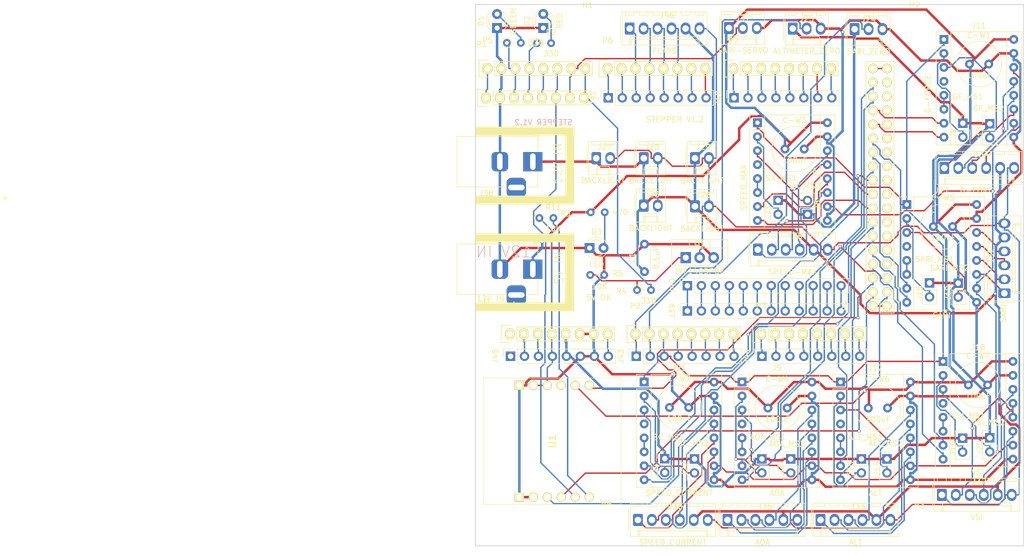
<source format=kicad_pcb>
(kicad_pcb (version 20240108) (generator "pcbnew") (generator_version "8.0")
  (title_block (date "mar. 31 mars 2015"))
  (layers (0 "F.Cu" signal) (31 "B.Cu" signal) (34 "B.Paste" user) (35 "F.Paste" user) (36 "B.SilkS" user "B.Silkscreen") (37 "F.SilkS" user "F.Silkscreen") (38 "B.Mask" user) (39 "F.Mask" user) (44 "Edge.Cuts" user))
  (net 0 "")
  (net 1 "Net-(D1-A)")
  (net 2 "Net-(D2-A)")
  (net 3 "/STEPPER_DRIVERS/ROLL_STEP_V+")
  (net 4 "GND")
  (net 5 "+5VL")
  (net 7 "/IOREF")
  (net 8 "/Reset")
  (net 9 "+3V3")
  (net 10 "/*12")
  (net 11 "/*13")
  (net 12 "/RX0{slash}0")
  (net 13 "SCLK")
  (net 14 "ES1_RST")
  (net 15 "Net-(P4-Pin_35)")
  (net 16 "Net-(D3-A)")
  (net 17 "MISO")
  (net 18 "MOSI")
  (net 19 "Net-(U1-INT)")
  (net 21 "/AREF")
  (net 22 "D22")
  (net 23 "A2 D56")
  (net 24 "Net-(J5-Pin_5)")
  (net 25 "SS")
  (net 27 "D24")
  (net 28 "/STEPPER_DRIVERS/LOWER_OUTPUT_5V")
  (net 29 "D40")
  (net 31 "VCC")
  (net 32 "D38")
  (net 33 "Net-(J6-Pin_5)")
  (net 35 "D26")
  (net 36 "Net-(J11-Pin_5)")
  (net 38 "D28")
  (net 39 "D42")
  (net 40 "Net-(J12-Pin_5)")
  (net 42 "D44")
  (net 43 "D32")
  (net 45 "D30")
  (net 46 "Net-(J17-Pin_5)")
  (net 47 "D48")
  (net 49 "Net-(J18-Pin_5)")
  (net 50 "D46")
  (net 51 "D34")
  (net 52 "Net-(J21-Pin_5)")
  (net 54 "D36")
  (net 55 "BACKLIGHT_-V")
  (net 56 "+12V")
  (net 57 "A1 D55")
  (net 58 "A0 D54")
  (net 59 "D9")
  (net 60 "D4")
  (net 61 "D5")
  (net 62 "/TX0{slash}1")
  (net 63 "D2")
  (net 64 "D7")
  (net 65 "D3")
  (net 66 "D6")
  (net 67 "D17")
  (net 68 "D14")
  (net 69 "D20 SDA")
  (net 70 "D15")
  (net 71 "D19")
  (net 72 "D21 SCL")
  (net 73 "D16")
  (net 74 "D18")
  (net 75 "A4 D58")
  (net 76 "A3 D57")
  (net 77 "A5 D59")
  (net 78 "A7 D61")
  (net 79 "A6 D60")
  (net 80 "A10 D64")
  (net 81 "A13 D67")
  (net 82 "A8 D62")
  (net 83 "A9 D63")
  (net 84 "A11 D65")
  (net 85 "A15 D69")
  (net 86 "A12 D66")
  (net 87 "A14 D68")
  (net 88 "/LGND")
  (net 89 "D33")
  (net 90 "D25")
  (net 91 "D47")
  (net 92 "D27")
  (net 93 "D45")
  (net 94 "D31")
  (net 95 "D41")
  (net 96 "D43")
  (net 97 "D49")
  (net 98 "D37")
  (net 99 "D35")
  (net 100 "D29")
  (net 101 "D39")
  (net 102 "D23")
  (net 103 "BACKLIGHT")
  (net 104 "D11")
  (net 105 "Net-(Q1-G)")
  (net 106 "/STEPPER_DRIVERS/STEPPER_AOA_A")
  (net 107 "/STEPPER_DRIVERS/STEPPER_AOA_C")
  (net 108 "/STEPPER_DRIVERS/STEPPER_AOA_B")
  (net 109 "/STEPPER_DRIVERS/AOA_MS2")
  (net 110 "/STEPPER_DRIVERS/STEPPER_AOA_D")
  (net 111 "/STEPPER_DRIVERS/AOA_MS1")
  (net 112 "/STEPPER_DRIVERS/SX_MS1")
  (net 113 "/STEPPER_DRIVERS/STEPPER_SX_B")
  (net 114 "/STEPPER_DRIVERS/SX_MS2")
  (net 115 "/STEPPER_DRIVERS/STEPPER_SX_A")
  (net 116 "/STEPPER_DRIVERS/STEPPER_SX_D")
  (net 117 "/STEPPER_DRIVERS/STEPPER_SX_C")
  (net 118 "/STEPPER_DRIVERS/STEPPER_GF_C")
  (net 119 "/STEPPER_DRIVERS/STEPPER_GF_A")
  (net 120 "/STEPPER_DRIVERS/STEPPER_GF_B")
  (net 121 "/STEPPER_DRIVERS/STEPPER_GF_D")
  (net 122 "/STEPPER_DRIVERS/GF_MS2")
  (net 123 "/STEPPER_DRIVERS/GF_MS1")
  (net 124 "/STEPPER_DRIVERS/ALT_MS1")
  (net 125 "/STEPPER_DRIVERS/ALT_MS2")
  (net 126 "/STEPPER_DRIVERS/STEPPER_ALT_A")
  (net 127 "/STEPPER_DRIVERS/STEPPER_ALT_C")
  (net 128 "/STEPPER_DRIVERS/STEPPER_ALT_D")
  (net 129 "/STEPPER_DRIVERS/STEPPER_ALT_B")
  (net 130 "/STEPPER_DRIVERS/STEPPER_SARI_D")
  (net 131 "/STEPPER_DRIVERS/STEPPER_SARI_B")
  (net 132 "/STEPPER_DRIVERS/STEPPER_SARI_C")
  (net 133 "/STEPPER_DRIVERS/SARI_MS2")
  (net 134 "/STEPPER_DRIVERS/SARI_MS1")
  (net 135 "/STEPPER_DRIVERS/STEPPER_SARI_A")
  (net 136 "/STEPPER_DRIVERS/STEPPER_VSI_A")
  (net 137 "/STEPPER_DRIVERS/STEPPER_VSI_C")
  (net 138 "/STEPPER_DRIVERS/STEPPER_VSI_D")
  (net 139 "/STEPPER_DRIVERS/VSI_MS2")
  (net 140 "/STEPPER_DRIVERS/STEPPER_VSI_B")
  (net 141 "/STEPPER_DRIVERS/VSI_MS1")
  (net 142 "/STEPPER_DRIVERS/SC_MS1")
  (net 143 "/STEPPER_DRIVERS/STEPPER_SC_C")
  (net 144 "/STEPPER_DRIVERS/STEPPER_SC_D")
  (net 145 "/STEPPER_DRIVERS/STEPPER_SC_A")
  (net 146 "/STEPPER_DRIVERS/SC_MS2")
  (net 147 "/STEPPER_DRIVERS/STEPPER_SC_B")
  (net 148 "Net-(J39-Pin_11)")
  (net 149 "Net-(J39-Pin_2)")
  (net 150 "Net-(J39-Pin_5)")
  (net 151 "Net-(J39-Pin_10)")
  (net 152 "Net-(J39-Pin_1)")
  (net 153 "Net-(J39-Pin_7)")
  (net 154 "Net-(J39-Pin_12)")
  (net 155 "Net-(J39-Pin_9)")
  (net 156 "Net-(J39-Pin_4)")
  (net 157 "Net-(J39-Pin_8)")
  (net 158 "Net-(J39-Pin_3)")
  (net 159 "Net-(J39-Pin_6)")
  (footprint "Socket_Arduino_Mega:Socket_Strip_Arduino_2x18" (layer "F.Cu") (at 197.358 114.046 90)
    (property "Reference" "P4")
    (property "Value" "Digital")
  )
  (footprint "Socket_Arduino_Mega:Socket_Strip_Arduino_1x08" (layer "F.Cu") (at 131.318 119.126)
    (property "Reference" "P1")
    (property "Value" "Power")
  )
  (footprint "Socket_Arduino_Mega:Socket_Strip_Arduino_1x08" (layer "F.Cu") (at 177.038 119.126)
    (property "Reference" "P3")
    (property "Value" "Analog")
  )
  (footprint "Socket_Arduino_Mega:Socket_Strip_Arduino_1x08" (layer "F.Cu") (at 127.254 70.866)
    (property "Reference" "P5")
    (property "Value" "PWM")
  )
  (footprint "Socket_Arduino_Mega:Socket_Strip_Arduino_1x08" (layer "F.Cu") (at 149.098 70.866)
    (property "Reference" "P6")
    (property "Value" "PWM")
  )
  (footprint "Socket_Arduino_Mega:Socket_Strip_Arduino_1x08" (layer "F.Cu") (at 171.958 70.866)
    (property "Reference" "P7")
    (property "Value" "Communication")
  )
  (footprint "LED_THT:LED_D3.0mm" (layer "F.Cu") (at 129 63.5 90)
    (property "Reference" "D1")
    (property "Value" "GREEN")
  )
  (footprint "LED_THT:LED_D3.0mm" (layer "F.Cu") (at 137.4 63.49 90)
    (property "Reference" "D2")
    (property "Value" "RED")
  )
  (footprint "Resistor_THT:R_Axial_DIN0204_L3.6mm_D1.6mm_P2.54mm_Vertical" (layer "F.Cu") (at 130.78 66.2)
    (property "Reference" "R1")
    (property "Value" "330")
  )
  (footprint "Connector_Molex:Molex_KK-254_AE-6410-02A_1x02_P2.54mm_Vertical" (layer "F.Cu") (at 155.68 87.17)
    (property "Reference" "J23")
    (property "Value" "BACKLIGHT")
  )
  (footprint "Connector_Molex:Molex_KK-254_AE-6410-06A_1x06_P2.54mm_Vertical" (layer "F.Cu") (at 187.82 152.95)
    (property "Reference" "J33")
    (property "Value" "ALT")
  )
  (footprint "Connector_PinSocket_2.54mm:PinSocket_1x08_P2.54mm_Vertical" (layer "F.Cu") (at 172.085 76.2 90)
    (property "Reference" "J42")
    (property "Value" "Communication")
  )
  (footprint "Connector_Molex:Molex_KK-254_AE-6410-06A_1x06_P2.54mm_Vertical" (layer "F.Cu") (at 154.61 152.95)
    (property "Reference" "J30")
    (property "Value" "SPEED_CURRENT")
  )
  (footprint "Connector_Molex:Molex_KK-254_AE-6410-03A_1x03_P2.54mm_Vertical" (layer "F.Cu") (at 171.15 63.5)
    (property "Reference" "J37")
    (property "Value" "SARI-SERVO")
  )
  (footprint "Connector_Molex:Molex_KK-254_AE-6410-06A_1x06_P2.54mm_Vertical" (layer "F.Cu") (at 210.32 88.95)
    (property "Reference" "J34")
    (property "Value" "G-FORCE")
  )
  (footprint "Connector_PinHeader_2.54mm:PinHeader_1x02_P2.54mm_Vertical" (layer "F.Cu") (at 159.5 141.8)
    (property "Reference" "J4")
    (property "Value" "SC_MS1")
  )
  (footprint "Capacitor_THT:C_Radial_D8.0mm_H7.0mm_P3.50mm" (layer "F.Cu") (at 178.25 132.6)
    (property "Reference" "C-W4")
    (property "Value" "100uF")
  )
  (footprint "Connector_Molex:Molex_KK-254_AE-6410-02A_1x02_P2.54mm_Vertical" (layer "F.Cu") (at 147.03 87.17)
    (property "Reference" "J27")
    (property "Value" "BACKLIGHT")
  )
  (footprint "Connector_PinSocket_2.54mm:PinSocket_1x08_P2.54mm_Vertical" (layer "F.Cu") (at 149.225 76.2 90)
    (property "Reference" "J41")
    (property "Value" "PWM")
  )
  (footprint "Connector_Molex:Molex_KK-254_AE-6410-02A_1x02_P2.54mm_Vertical" (layer "F.Cu") (at 164.98 95.92)
    (property "Reference" "J28")
    (property "Value" "BACKLIGHT")
  )
  (footprint "Module:Pololu_Breakout-16_15.2x20.3mm" (layer "F.Cu") (at 176.35 80.72)
    (property "Reference" "J6")
    (property "Value" "SPEED_MAX")
  )
  (footprint "LED_THT:LED_D3.0mm" (layer "F.Cu") (at 145.82 103.5)
    (property "Reference" "D3")
    (property "Value" "LED")
  )
  (footprint "Connector_PinSocket_2.54mm:PinSocket_1x08_P2.54mm_Vertical" (layer "F.Cu") (at 154.305 123.19 90)
    (property "Reference" "J43")
    (property "Value" "Analog")
  )
  (footprint "Connector_PinHeader_2.54mm:PinHeader_1x02_P2.54mm_Vertical" (layer "F.Cu") (at 195.25 141.86)
    (property "Reference" "J10")
    (property "Value" "ALT_MS1")
  )
  (footprint "Capacitor_THT:C_Disc_D4.3mm_W1.9mm_P5.00mm" (layer "F.Cu") (at 155.8 107.8 90)
    (property "Reference" "C1")
    (property "Value" "0.1uF")
  )
  (footprint "Module:Pololu_Breakout-16_15.2x20.3mm" (layer "F.Cu") (at 191.45 127.87)
    (property "Reference" "J12")
    (property "Value" "ALT")
  )
  (footprint "Connector_PinSocket_2.54mm:PinSocket_1x12_P2.54mm_Vertical" (layer "F.Cu") (at 163.61 110.35 90)
    (property "Reference" "J40")
    (property "Value" "PATCH")
  )
  (footprint "Connector_Molex:Molex_KK-254_AE-6410-06A_1x06_P2.54mm_Vertical" (layer "F.Cu") (at 170.9 152.95)
    (property "Reference" "J35")
    (property "Value" "AOA")
  )
  (footprint "Connector_PinHeader_2.54mm:PinHeader_1x02_P2.54mm_Vertical" (layer "F.Cu") (at 218.6 138.025)
    (property "Reference" "J20")
    (property "Value" "VSI_MS2")
  )
  (footprint "Connector_PinHeader_2.54mm:PinHeader_1x02_P2.54mm_Vertical" (layer "F.Cu") (at 212.85 109.89)
    (property "Reference" "J19")
    (property "Value" "SARI_MS2")
  )
  (footprint "Connector_Molex:Molex_KK-254_AE-6410-03A_1x03_P2.54mm_Vertical" (layer "F.Cu") (at 182.76 63.6)
    (property "Reference" "J25")
    (property "Value" "ALTIMETER_ZERO")
  )
  (footprint "Capacitor_THT:C_Radial_D8.0mm_H7.0mm_P3.50mm" (layer "F.Cu") (at 160.35 132.5)
    (property "Reference" "C-W2")
    (property "Value" "100uF")
  )
  (footprint "PT_Library_v001:PT_R_Axial_DIN0204_L3.6mm_D1.6mm_P2.54mm_Vertical" (layer "F.Cu") (at 136.28 66.25)
    (property "Reference" "R2")
    (property "Value" "330")
  )
  (footprint "Module:Pololu_Breakout-16_15.2x20.3mm" (layer "F.Cu") (at 155.75 127.87)
    (property "Reference" "J21")
    (property "Value" "SPEED_CURRENT")
  )
  (footprint "Resistor_THT:R_Axial_DIN0204_L3.6mm_D1.6mm_P2.54mm_Vertical" (layer "F.Cu") (at 154.45 111.15)
    (property "Reference" "R4")
    (property "Value" "330")
  )
  (footprint "Connector_Molex:Molex_KK-254_AE-6410-06A_1x06_P2.54mm_Vertical" (layer "F.Cu") (at 176.41 103.8)
    (property "Reference" "J36")
    (property "Value" "SPEED-MAX")
  )
  (footprint "Capacitor_THT:C_Radial_D8.0mm_H7.0mm_P3.50mm" (layer "F.Cu") (at 214.9 70.05)
    (property "Reference" "C-W1")
    (property "Value" "100uF")
  )
  (footprint "MountingHole:MountingHole_3.2mm_M3" (layer "F.Cu") (at 205.8 154.5)
    (property "Reference" "H3")
    (property "Value" "MountingHole")
  )
  (footprint "Socket_Arduino_Mega:Socket_Strip_Arduino_1x08" (layer "F.Cu") (at 154.178 119.126)
    (property "Reference" "P2")
    (property "Value" "Analog")
  )
  (footprint "Module:Pololu_Breakout-16_15.2x20.3mm" (layer "F.Cu") (at 210.25 65.57)
    (property "Reference" "J11")
    (property "Value" "G-FORCE")
  )
  (footprint "Connector_PinHeader_2.54mm:PinHeader_1x02_P2.54mm_Vertical" (layer "F.Cu") (at 207.64 109.85)
    (property "Reference" "J15")
    (property "Value" "SARI_MS1")
  )
  (footprint "Connector_Molex:Molex_KK-254_AE-6410-02A_1x02_P2.54mm_Vertical" (layer "F.Cu") (at 164.98 87.17)
    (property "Reference" "J29")
    (property "Value" "BACKLIGHT")
  )
  (footprint "Connector_PinHeader_2.54mm:PinHeader_1x02_P2.54mm_Vertical" (layer "F.Cu") (at 199.9 141.86)
    (property "Reference" "J14")
    (property "Value" "ALT_MS2")
  )
  (footprint "Connector_PinHeader_2.54mm:PinHeader_1x02_P2.54mm_Vertical" (layer "F.Cu") (at 182.4 141.86)
    (property "Reference" "J7")
    (property "Value" "AOA_MS2")
  )
  (footprint "Resistor_THT:R_Axial_DIN0204_L3.6mm_D1.6mm_P2.54mm_Vertical" (layer "F.Cu") (at 146.03 97)
    (property "Reference" "R3")
    (property "Value" "470")
  )
  (footprint "Resistor_THT:R_Axial_DIN0204_L3.6mm_D1.6mm_P2.54mm_Vertical" (layer "F.Cu") (at 148.47 108.4 180)
    (property "Reference" "R5")
    (property "Value" "10K")
  )
  (footprint "Capacitor_THT:C_Radial_D8.0mm_H7.0mm_P3.50mm" (layer "F.Cu") (at 196.5 132.6)
    (property "Reference" "C-W6")
    (property "Value" "100uF")
  )
  (footprint "Connector_BarrelJack:BarrelJack_Horizontal" (layer "F.Cu") (at 135.5 87.7925)
    (property "Reference" "J38")
    (property "Value" "12VIN")
  )
  (footprint "Connector_PinHeader_2.54mm:PinHeader_1x02_P2.54mm_Vertical" (layer "F.Cu") (at 164.9 141.86)
    (property "Reference" "J22")
    (property "Value" "SC_MS2")
  )
  (footprint "Connector_PinHeader_2.54mm:PinHeader_1x02_P2.54mm_Vertical" (layer "F.Cu") (at 180.1 94.835)
    (property "Reference" "J3")
    (property "Value" "SX_MS1")
  )
  (footprint "Connector_Molex:Molex_KK-254_AE-6410-02A_1x02_P2.54mm_Vertical" (layer "F.Cu") (at 155.68 95.8)
    (property "Reference" "J26")
    (property "Value" "BACKLIGHT")
  )
  (footprint "USR-ES1:USRES1" (layer "F.Cu") (at 133.05 148.8 90)
    (property "Reference" "U1")
    (property "Value" "USR-ES1" (hide yes))
  )
  (footprint "Connector_Molex:Molex_KK-254_AE-6410-03A_1x03_P2.54mm_Vertical" (layer "F.Cu") (at 194.01 63.7)
    (property "Reference" "J24")
    (property "Value" "SARI_ZERO")
  )
  (footprint "Connector_Molex:Molex_KK-254_AE-6410-06A_1x06_P2.54mm_Vertical" (layer "F.Cu") (at 209.88 148.4)
    (property "Reference" "J32")
    (property "Value" "VSI")
  )
  (footprint "Connector_Molex:Molex_KK-254_AE-6410-06A_1x06_P2.54mm_Vertical" (layer "F.Cu") (at 221.25 111.73 90)
    (property "Reference" "J31")
    (property "Value" "SARI")
  )
  (footprint "Connector_PinHeader_2.54mm:PinHeader_1x02_P2.54mm_Vertical" (layer "F.Cu") (at 213.7 80.81)
    (property "Reference" "J9")
    (property "Value" "GF_MS1")
  )
  (footprint "MountingHole:MountingHole_3.2mm_M3" (layer "F.Cu") (at 204.9 63.45)
    (property "Reference" "H2")
    (property "Value" "MountingHole")
  )
  (footprint "Module:Pololu_Breakout-16_15.2x20.3mm" (layer "F.Cu") (at 173.55 127.87)
    (property "Reference" "J5")
    (property "Value" "AOA")
  )
  (footprint "Capacitor_THT:C_Radial_D8.0mm_H7.0mm_P3.50mm" (layer "F.Cu") (at 181.35 85.5)
    (property "Reference" "C-W3")
    (property "Value" "100uF")
  )
  (footprint "PT_Library_v001:PT_R_Axial_DIN0204_L3.6mm_D1.6mm_P2.54mm_Vertical" (layer "F.Cu") (at 136.69 98.045)
    (property "Reference" "R11")
    (property "Value" "10K")
  )
  (footprint "Socket_Arduino_Mega:Socket_Strip_Arduino_1x08" (layer "F.Cu") (at 127 76.2)
    (property "Reference" "P8")
    (property "Value" "PWM")
  )
  (footprint "Connector_PinSocket_2.54mm:PinSocket_1x08_P2.54mm_Vertical" (layer "F.Cu") (at 177.165 123.19 90)
    (property "Reference" "J44")
    (property "Value" "Analog")
  )
  (footprint "Connector_Molex:Molex_KK-254_AE-6410-06A_1x06_P2.54mm_Vertical" (layer "F.Cu") (at 153.11 63.6)
    (property "Reference" "J46")
    (property "Value" "FLAPS")
  )
  (footprint "MountingHole:MountingHole_3.2mm_M3" (layer "F.Cu") (at 145.45 63.55)
    (property "Reference" "H1")
    (property "Value" "MountingHole")
  )
  (footprint "Connector_PinHeader_2.54mm:PinHeader_1x02_P2.54mm_Vertical" (layer "F.Cu") (at 177.15 141.86)
    (property "Reference" "J2")
    (property "Value" "AOA_MS1")
  )
  (footprint "Capacitor_THT:C_Radial_D8.0mm_H7.0mm_P3.50mm" (layer "F.Cu") (at 208.33 99.6)
    (property "Reference" "C-W5")
    (property "Value" "100uF")
  )
  (footprint "Module:Pololu_Breakout-16_15.2x20.3mm" (layer "F.Cu") (at 203.5 95.6)
    (property "Reference" "J17")
    (property "Value" "SARI")
  )
  (footprint "Connector_PinHeader_2.54mm:PinHeader_1x02_P2.54mm_Vertical" (layer "F.Cu") (at 185.45 97.39 180)
    (property "Reference" "J8")
    (property "Value" "SX_MS2")
  )
  (footprint "Module:Pololu_Breakout-16_15.2x20.3mm" (layer "F.Cu") (at 210.1 124.12)
    (property "Reference" "J18")
    (property "Value" "VSI")
  )
  (footprint "Package_TO_SOT_THT:TO-220-3_Vertical" (layer "F.Cu") (at 163.3 105.25)
    (property "Reference" "Q1")
    (property "Value" "IRF1405PBF")
  )
  (footprint "Capacitor_THT:C_Radial_D8.0mm_H7.0mm_P3.50mm" (layer "F.Cu") (at 214.7 128.4)
    (property "Reference" "C-W7")
    (property "Value" "100uF")
  )
  (footprint "Connector_PinSocket_2.54mm:PinSocket_1x12_P2.54mm_Vertical" (layer "F.Cu") (at 163.61 114.95 90)
    (property "Reference" "J39")
    (property "Value" "PATCH")
  )
  (footprint "Connector_PinHeader_2.54mm:PinHeader_1x02_P2.54mm_Vertical" (layer "F.Cu") (at 218.6 80.91)
    (property "Reference" "J13")
    (property "Value" "GF_MS2")
  )
  (footprint "Connector_PinHeader_2.54mm:PinHeader_1x02_P2.54mm_Vertical" (layer "F.Cu") (at 213.65 138.075)
    (property "Reference" "J16")
    (property "Value" "VSI_MS1")
  )
  (footprint "Connector_BarrelJack:BarrelJack_Horizontal" (layer "F.Cu") (at 135.5 107.3425)
    (property "Reference" "J1")
    (property "Value" "STEPPER IN 12-20VDC")
  )
  (footprint "MountingHole:MountingHole_3.2mm_M3" (layer "F.Cu") (at 148.85 154.1)
    (property "Reference" "H4")
    (property "Value" "MountingHole")
  )
  (footprint "Connector_PinSocket_2.54mm:PinSocket_1x08_P2.54mm_Vertical" (layer "F.Cu") (at 131.445 123.19 90)
    (property "Reference" "J45")
    (property "Value" "Power")
  )
  (gr_rect (start 141.5 81.5) (end 142.943 95.4) (stroke (width 0.15)) (fill solid) (layer "F.SilkS"))
  (gr_rect (start 125.2215 81.5035) (end 142.9715 82.9465) (stroke (width 0.15)) (fill solid) (layer "F.SilkS"))
  (gr_rect (start 138.675 100.949) (end 141.575 114.842) (stroke (width 0.15)) (fill none) (layer "F.SilkS"))
  (gr_rect (start 125.2215 94.05) (end 142.9215 95.493) (stroke (width 0.15)) (fill solid) (layer "F.SilkS"))
  (gr_rect (start 125.175 113.492) (end 142.875 114.935) (stroke (width 0.15)) (fill solid) (layer "F.SilkS"))
  (gr_rect (start 125.175 100.9455) (end 142.925 102.3885) (stroke (width 0.15)) (fill solid) (layer "F.SilkS"))
  (gr_rect (start 141.4535 100.942) (end 142.8965 114.842) (stroke (width 0.15)) (fill solid) (layer "F.SilkS"))
  (gr_rect (start 125.07 59.2325) (end 224.765 157.6575) (stroke (width 0.15)) (fill none) (layer "Edge.Cuts"))
  (gr_text "12V IN" (at 130.175 104.192 0) (layer "B.SilkS") (effects (font (size 2 2)) (justify mirror)))
  (gr_text "STEPPER V1.2" (at 142.8 81.25 0) (layer "B.SilkS") (effects (font (size 1 1)) (justify left bottom mirror)))
  (gr_text "5V IN" (at 140.225 107.142 90) (layer "F.SilkS") (effects (font (size 1.5 1.5))))
  (gr_text "+" (at 39.455653 94.457447 90) (layer "F.SilkS") (effects (font (size 1 1))))
  (gr_text "+" (at 207.99 96.99 90) (layer "F.SilkS") (effects (font (size 1 1))))
  (gr_text "12V IN" (at 127.825 112.692 0) (layer "F.SilkS") (effects (font (size 1 1))))
  (gr_text "1" (at 131.593 113.528 90) (layer "F.SilkS") (effects (font (size 1 1))))
  (gr_text "STEPPER V1.2" (at 156 80.7 0) (layer "F.SilkS") (effects (font (size 1 1)) (justify left bottom)))
  (gr_text "+" (at 214.1 69.3 90) (layer "F.SilkS") (effects (font (size 1 1))))
  (gr_text "12V IN" (at 140.05 88.15 90) (layer "F.SilkS") (effects (font (size 1.5 1.5))))
  (gr_text "5V OK" (at 147.5 112.5 0) (layer "F.SilkS") (effects (font (size 1 1))))
  (segment (start 133.32 66.2) (end 133.32 65.1749) (width 0.25) (layer "B.Cu") (net 1))
  (segment (start 133.2149 65.1749) (end 129 60.96) (width 0.25) (layer "B.Cu") (net 1))
  (segment (start 133.32 65.1749) (end 133.2149 65.1749) (width 0.25) (layer "B.Cu") (net 1))
  (segment (start 138.82 66.25) (end 138.82 62.37) (width 0.25) (layer "B.Cu") (net 2))
  (segment (start 138.82 62.37) (end 137.4 60.95) (width 0.25) (layer "B.Cu") (net 2))
  (segment (start 204.7626 127.87) (end 203.3701 129.2625) (width 0.45) (layer "F.Cu") (net 3))
  (segment (start 164.98 127.87) (end 168.45 127.87) (width 0.45) (layer "F.Cu") (net 3))
  (segment (start 215.9233 69.0267) (end 219.38 65.57) (width 0.45) (layer "F.Cu") (net 3))
  (segment (start 166.4236 90.404) (end 173.0216 83.806) (width 0.45) (layer "F.Cu") (net 3))
  (segment (start 219.38 65.57) (end 222.95 65.57) (width 0.45) (layer "F.Cu") (net 3))
  (segment (start 195.3391 129.0951) (end 188.7002 129.0951) (width 0.45) (layer "F.Cu") (net 3))
  (segment (start 173.0216 81.7411) (end 175.2679 79.4948) (width 0.45) (layer "F.Cu") (net 3))
  (segment (start 186.8626 127.87) (end 186.25 127.87) (width 0.45) (layer "F.Cu") (net 3))
  (segment (start 195.5964 128.8378) (end 195.3391 129.0951) (width 0.45) (layer "F.Cu") (net 3))
  (segment (start 203.3701 129.2625) (end 196.6218 129.2625) (width 0.45) (layer "F.Cu") (net 3))
  (segment (start 196.1971 128.8378) (end 195.5964 128.8378) (width 0.45) (layer "F.Cu") (net 3))
  (segment (start 175.2679 79.4948) (end 177.4054 79.4948) (width 0.45) (layer "F.Cu") (net 3))
  (segment (start 174.7451 129.0951) (end 178.25 132.6) (width 0.45) (layer "F.Cu") (net 3))
  (segment (start 214.23 127.93) (end 214.7 128.4) (width 0.45) (layer "F.Cu") (net 3))
  (segment (start 169.6751 127.87) (end 170.9002 129.0951) (width 0.45) (layer "F.Cu") (net 3))
  (segment (start 204.15 127.87) (end 204.7626 127.87) (width 0.45) (layer "F.Cu") (net 3))
  (segment (start 207.0453 60.1487) (end 174.5013 60.1487) (width 0.45) (layer "F.Cu") (net 3))
  (segment (start 196.5 132.6) (end 196.6218 132.4782) (width 0.45) (layer "F.Cu") (net 3))
  (segment (start 216.2 95.6) (end 212.33 95.6) (width 0.45) (layer "F.Cu") (net 3))
  (segment (start 212.33 95.6) (end 208.33 99.6) (width 0.45) (layer "F.Cu") (net 3))
  (segment (start 189.05 80.72) (end 186.13 80.72) (width 0.45) (layer "F.Cu") (net 3))
  (segment (start 196.6218 129.2625) (end 196.1971 128.8378) (width 0.45) (layer "F.Cu") (net 3))
  (segment (start 188.7002 129.0951) (end 187.4751 127.87) (width 0.45) (layer "F.Cu") (net 3))
  (segment (start 196.6218 132.4782) (end 196.6218 129.2625) (width 0.45) (layer "F.Cu") (net 3))
  (segment (start 146.03 97) (end 152.626 90.404) (width 0.45) (layer "F.Cu") (net 3))
  (segment (start 205.3751 127.87) (end 205.4351 127.93) (width 0.45) (layer "F.Cu") (net 3))
  (segment (start 186.8626 127.87) (end 187.4751 127.87) (width 0.45) (layer "F.Cu") (net 3))
  (segment (start 168.45 127.87) (end 169.6751 127.87) (width 0.45) (layer "F.Cu") (net 3))
  (segment (start 186.25 127.87) (end 182.98 127.87) (width 0.45) (layer "F.Cu") (net 3))
  (segment (start 215.9233 69.0267) (end 207.0453 60.1487) (width 0.45) (layer "F.Cu") (net 3))
  (segment (start 186.13 80.72) (end 182.3803 84.4697) (width 0.45) (layer "F.Cu") (net 3))
  (segment (start 174.5013 60.1487) (end 171.15 63.5) (width 0.45) (layer "F.Cu") (net 3))
  (segment (start 214.9 70.05) (end 215.9233 69.0267) (width 0.45) (layer "F.Cu") (net 3))
  (segment (start 152.626 90.404) (end 166.4236 90.404) (width 0.45) (layer "F.Cu") (net 3))
  (segment (start 205.4351 127.93) (end 214.23 127.93) (width 0.45) (layer "F.Cu") (net 3))
  (segment (start 173.0216 83.806) (end 173.0216 81.7411) (width 0.45) (layer "F.Cu") (net 3))
  (segment (start 170.9002 129.0951) (end 174.7451 129.0951) (width 0.45) (layer "F.Cu") (net 3))
  (segment (start 218.98 124.12) (end 214.7 128.4) (width 0.45) (layer "F.Cu") (net 3))
  (segment (start 222.8 124.12) (end 218.98 124.12) (width 0.45) (layer "F.Cu") (net 3))
  (segment (start 177.4054 79.4948) (end 182.3803 84.4697) (width 0.45) (layer "F.Cu") (net 3))
  (segment (start 137.2015 102.3909) (end 142.5924 97) (width 0.45) (layer "F.Cu") (net 3))
  (segment (start 182.3803 84.4697) (end 181.35 85.5) (width 0.45) (layer "F.Cu") (net 3))
  (segment (start 204.7626 127.87) (end 205.3751 127.87) (width 0.45) (layer "F.Cu") (net 3))
  (segment (start 142.5924 97) (end 146.03 97) (width 0.45) (layer "F.Cu") (net 3))
  (segment (start 182.98 127.87) (end 178.25 132.6) (width 0.45) (layer "F.Cu") (net 3))
  (segment (start 160.35 132.5) (end 164.98 127.87) (width 0.45) (layer "F.Cu") (net 3))
  (via (at 137.2015 102.3909) (size 0.6) (drill 0.4) (layers "F.Cu" "B.Cu") (net 3))
  (segment (start 135.5 105.1674) (end 137.2015 103.4659) (width 0.45) (layer "B.Cu") (net 3))
  (segment (start 215.05 70.2) (end 215.05 83.8054) (width 0.45) (layer "B.Cu") (net 3))
  (segment (start 135.5 107.3425) (end 135.5 105.1674) (width 0.45) (layer "B.Cu") (net 3))
  (segment (start 170.6629 63.9871) (end 171.15 63.5) (width 0.45) (layer "B.Cu") (net 3))
  (segment (start 211.3252 125.0252) (end 214.7 128.4) (width 0.45) (layer "B.Cu") (net 3))
  (segment (start 208.33 87.5989) (end 208.33 99.6) (width 0.45) (layer "B.Cu") (net 3))
  (segment (start 175.857 78.0156) (end 171.5609 78.0156) (width 0.45) (layer "B.Cu") (net 3))
  (segment (start 181.35 83.5086) (end 175.857 78.0156) (width 0.45) (layer "B.Cu") (net 3))
  (segment (start 137.2015 103.4659) (end 137.2015 102.3909) (width 0.45) (layer "B.Cu") (net 3))
  (segment (start 211.3252 115.1996) (end 211.3252 125.0252) (width 0.45) (layer "B.Cu") (net 3))
  (segment (start 209.1918 86.7371) (end 208.33 87.5989) (width 0.45) (layer "B.Cu") (net 3))
  (segment (start 210.6751 114.5495) (end 211.3252 115.1996) (width 0.45) (layer "B.Cu") (net 3))
  (segment (start 171.5609 78.0156) (end 170.6629 77.1176) (width 0.45) (layer "B.Cu") (net 3))
  (segment (start 181.35 85.5) (end 181.35 83.5086) (width 0.45) (layer "B.Cu") (net 3))
  (segment (start 214.9 70.05) (end 215.05 70.2) (width 0.45) (layer "B.Cu") (net 3))
  (segment (start 210.6751 101.9451) (end 210.6751 114.5495) (width 0.45) (layer "B.Cu") (net 3))
  (segment (start 208.33 99.6) (end 210.6751 101.9451) (width 0.45) (layer "B.Cu") (net 3))
  (segment (start 212.1183 86.7371) (end 209.1918 86.7371) (width 0.45) (layer "B.Cu") (net 3))
  (segment (start 215.05 83.8054) (end 212.1183 86.7371) (width 0.45) (layer "B.Cu") (net 3))
  (segment (start 170.6629 77.1176) (end 170.6629 63.9871) (width 0.45) (layer "B.Cu") (net 3))
  (segment (start 186.8223 62.068) (end 178.9571 62.068) (width 0.45) (layer "F.Cu") (net 4))
  (segment (start 155.8 102.8) (end 153.7748 104.8252) (width 0.45) (layer "F.Cu") (net 4))
  (segment (start 135.59 148.8) (end 133.05 148.8) (width 0.45) (layer "F.Cu") (net 4))
  (segment (start 202.19 130.41) (end 200 132.6) (width 0.45) (layer "F.Cu") (net 4))
  (segment (start 170.9392 146.9141) (end 183.7608 146.9141) (width 0.45) (layer "F.Cu") (net 4))
  (segment (start 203.5375 145.65) (end 204.15 145.65) (width 0.45) (layer "F.Cu") (net 4))
  (segment (start 217.1561 96.9149) (end 216.2 96.9149) (width 0.45) (layer "F.Cu") (net 4))
  (segment (start 176.23 63.5) (end 177.5251 63.5) (width 0.45) (layer "F.Cu") (net 4))
  (segment (start 186.25 145.65) (end 187.4751 145.65) (width 0.45) (layer "F.Cu") (net 4))
  (segment (start 213.29 98.14) (end 211.83 99.6) (width 0.45) (layer "F.Cu") (net 4))
  (segment (start 133.05 128.48) (end 134.3076 128.48) (width 0.45) (layer "F.Cu") (net 4))
  (segment (start 217.8249 145.65) (end 221.5749 141.9) (width 0.45) (layer "F.Cu") (net 4))
  (segment (start 222.8 126.66) (end 219.94 126.66) (width 0.45) (layer "F.Cu") (net 4))
  (segment (start 198.0047 62.1367) (end 193.1401 62.1367) (width 0.45) (layer "F.Cu") (net 4))
  (segment (start 155.8 102.8) (end 165.93 102.8) (width 0.45) (layer "F.Cu") (net 4))
  (segment (start 187.84 63.6) (end 188.3543 63.6) (width 0.45) (layer "F.Cu") (net 4))
  (segment (start 201.6678 146.9071) (end 188.7322 146.9071) (width 0.45) (layer "F.Cu") (net 4))
  (segment (start 204.15 145.65) (end 217.8249 145.65) (width 0.45) (layer "F.Cu") (net 4))
  (segment (start 222.95 84.5751) (end 224.3298 85.9549) (width 0.45) (layer "F.Cu") (net 4))
  (segment (start 218.4 70.05) (end 217.1698 71.2802) (width 0.45) (layer "F.Cu") (net 4))
  (segment (start 165.93 102.8) (end 168.38 105.25) (width 0.45) (layer "F.Cu") (net 4))
  (segment (start 216.2 98.14) (end 216.2 96.9149) (width 0.45) (layer "F.Cu") (net 4))
  (segment (start 212.6802 71.2802) (end 210.8084 69.4084) (width 0.45) (layer "F.Cu") (net 4))
  (segment (start 220.34 68.11) (end 218.4 70.05) (width 0.45) (layer "F.Cu") (net 4))
  (segment (start 188.4876 63.6) (end 188.3543 63.6) (width 0.45) (layer "F.Cu") (net 4))
  (segment (start 193.1401 62.1367) (end 191.4434 63.8334) (width 0.45) (layer "F.Cu") (net 4))
  (segment (start 149.949 126.454) (end 160.822 126.454) (width 0.45) (layer "F.Cu") (net 4))
  (segment (start 199.568 63.7) (end 198.0047 62.1367) (width 0.45) (layer "F.Cu") (net 4))
  (segment (start 188.4876 63.6) (end 188.8114 63.6) (width 0.45) (layer "F.Cu") (net 4))
  (segment (start 148.47 104.8252) (end 147.1452 104.8252) (width 0.45) (layer "F.Cu") (net 4))
  (segment (start 137.4 63.49) (end 130.3351 63.49) (width 0.45) (layer "F.Cu") (net 4))
  (segment (start 216.2 98.14) (end 213.29 98.14) (width 0.45) (layer "F.Cu") (net 4))
  (segment (start 188.8114 63.6) (end 191.2099 63.6) (width 0.45) (layer "F.Cu") (net 4))
  (segment (start 144.145 123.19) (end 145.4201 123.19) (width 0.45) (layer "F.Cu") (net 4))
  (segment (start 168.45 130.41) (end 165.94 130.41) (width 0.45) (layer "F.Cu") (net 4))
  (segment (start 146.685 123.19) (end 149.949 126.454) (width 0.45) (layer "F.Cu") (net 4))
  (segment (start 187.09 83.26) (end 184.85 85.5) (width 0.45) (layer "F.Cu") (net 4))
  (segment (start 148.47 104.8252) (end 148.47 108.4) (width 0.45) (layer "F.Cu") (net 4))
  (segment (start 144.145 123.19) (end 140.1126 127.2224) (width 0.45) (layer "F.Cu") (net 4))
  (segment (start 168.45 145.65) (end 169.6751 145.65) (width 0.45) (layer "F.Cu") (net 4))
  (segment (start 205.4351 130.47) (end 205.3751 130.41) (width 0.45) (layer "F.Cu") (net 4))
  (segment (start 183.7608 146.9141) (end 185.0249 145.65) (width 0.45) (layer "F.Cu") (net 4))
  (segment (start 189.05 83.26) (end 187.09 83.26) (width 0.45) (layer "F.Cu") (net 4))
  (segment (start 153.7748 104.8252) (end 148.47 104.8252) (width 0.45) (layer "F.Cu") (net 4))
  (segment (start 210.8084 69.4084) (end 206.0935 69.4084) (width 0.45) (layer "F.Cu") (net 4))
  (segment (start 216.13 130.47) (end 205.4351 130.47) (width 0.45) (layer "F.Cu") (net 4))
  (segment (start 188.7322 146.9071) (end 187.4751 145.65) (width 0.45) (layer "F.Cu") (net 4))
  (segment (start 134.3076 127.9297) (end 134.3076 128.48) (width 0.45) (layer "F.Cu") (net 4))
  (segment (start 165.94 130.41) (end 163.85 132.5) (width 0.45) (layer "F.Cu") (net 4))
  (segment (start 218.2 128.4) (end 216.13 130.47) (width 0.45) (layer "F.Cu") (net 4))
  (segment (start 183.94 130.41) (end 181.75 132.6) (width 0.45) (layer "F.Cu") (net 4))
  (segment (start 222.95 83.35) (end 222.95 84.5751) (width 0.45) (layer "F.Cu") (net 4))
  (segment (start 135.0149 127.2224) (end 134.3076 127.9297) (width 0.45) (layer "F.Cu") (net 4))
  (segment (start 146.558 119.126) (end 144.018 119.126) (width 0.45) (layer "F.Cu") (net 4))
  (segment (start 129.5 107.3425) (end 133.3425 103.5) (width 0.45) (layer "F.Cu") (net 4))
  (segment (start 191.2099 63.6) (end 191.4434 63.8334) (width 0.45) (layer "F.Cu") (net 4))
  (segment (start 133.3425 103.5) (end 145.82 103.5) (width 0.45) (layer "F.Cu") (net 4))
  (segment (start 129 63.5) (end 130.3251 63.5) (width 0.45) (layer "F.Cu") (net 4))
  (segment (start 188.3543 63.6) (end 186.8223 62.068) (width 0.45) (layer "F.Cu") (net 4))
  (segment (start 147.1452 104.8252) (end 145.82 103.5) (width 0.45) (layer "F.Cu") (net 4))
  (segment (start 178.9571 62.068) (end 177.5251 63.5) (width 0.45) (layer "F.Cu") (net 4))
  (segment (start 204.15 130.41) (end 205.3751 130.41) (width 0.45) (layer "F.Cu") (net 4))
  (segment (start 206.0935 69.4084) (end 200.3851 63.7) (width 0.45) (layer "F.Cu") (net 4))
  (segment (start 191.4434 63.8334) (end 191.8324 64.2225) (width 0.45) (layer "F.Cu") (net 4))
  (segment (start 204.15 130.41) (end 202.19 130.41) (width 0.45) (layer "F.Cu") (net 4))
  (segment (start 217.1698 71.2802) (end 212.6802 71.2802) (width 0.45) (layer "F.Cu") (net 4))
  (segment (start 186.25 130.41) (end 183.94 130.41) (width 0.45) (layer "F.Cu") (net 4))
  (segment (start 199.09 63.7) (end 199.568 63.7) (width 0.45) (layer "F.Cu") (net 4))
  (segment (start 203.5375 145.65) (end 202.9249 145.65) (width 0.45) (layer "F.Cu") (net 4))
  (segment (start 224.3298 85.9549) (end 224.3298 89.7412) (width 0.45) (layer "F.Cu") (net 4))
  (segment (start 222.95 68.11) (end 220.34 68.11) (width 0.45) (layer "F.Cu") (net 4))
  (segment (start 140.1126 127.2224) (end 135.0149 127.2224) (width 0.45) (layer "F.Cu") (net 4))
  (segment (start 130.3351 63.49) (end 130.3251 63.5) (width 0.45) (layer "F.Cu") (net 4))
  (segment (start 199.7376 63.7) (end 200.3851 63.7) (width 0.45) (layer "F.Cu") (net 4))
  (segment (start 169.6751 145.65) (end 170.9392 146.9141) (width 0.45) (layer "F.Cu") (net 4))
  (segment (start 146.685 123.19) (end 145.4201 123.19) (width 0.45) (layer "F.Cu") (net 4))
  (segment (start 222.8 141.9) (end 221.5749 141.9) (width 0.45) (layer "F.Cu") (net 4))
  (segment (start 224.3298 89.7412) (end 217.1561 96.9149) (width 0.45) (layer "F.Cu") (net 4))
  (segment (start 199.7376 63.7) (end 199.568 63.7) (width 0.45) (layer "F.Cu") (net 4))
  (segment (start 219.94 126.66) (end 218.2 128.4) (width 0.45) (layer "F.Cu") (net 4))
  (segment (start 186.25 145.65) (end 185.0249 145.65) (width 0.45) (layer "F.Cu") (net 4))
  (segment (start 202.9249 145.65) (end 201.6678 146.9071) (width 0.45) (layer "F.Cu") (net 4))
  (via (at 160.822 126.454) (size 0.6) (drill 0.4) (layers "F.Cu" "B.Cu") (net 4))
  (via (at 191.8324 64.2225) (size 0.6) (drill 0.4) (layers "F.Cu" "B.Cu") (net 4))
  (segment (start 146.558 121.7879) (end 146.558 119.126) (width 0.45) (layer "B.Cu") (net 4))
  (segment (start 190.2826 96.5017) (end 190.2826 85.21) (width 0.45) (layer "B.Cu") (net 4))
  (segment (start 189.5094 97.2749) (end 190.2826 96.5017) (width 0.45) (layer "B.Cu") (net 4))
  (segment (start 191.8324 82.2104) (end 189.5577 84.4851) (width 0.45) (layer "B.Cu") (net 4))
  (segment (start 204.6094 144.4249) (end 205.3826 143.6517) (width 0.45) (layer "B.Cu") (net 4))
  (segment (start 189.05 97.2749) (end 189.5094 97.2749) (width 0.45) (layer "B.Cu") (net 4))
  (segment (start 146.558 110.312) (end 148.47 108.4) (width 0.45) (layer "B.Cu") (net 4))
  (segment (start 146.558 119.126) (end 146.558 110.312) (width 0.45) (layer "B.Cu") (net 4))
  (segment (start 204.6577 131.6351) (end 204.15 131.6351) (width 0.45) (layer "B.Cu") (net 4))
  (segment (start 129.794 70.866) (end 129.794 69.4249) (width 0.45) (layer "B.Cu") (net 4))
  (segment (start 129.54 76.2) (end 129.54 87.7525) (width 0.45) (layer "B.Cu") (net 4))
  (segment (start 214.2348 111.4148) (end 216.2 113.38) (width 0.45) (layer "B.Cu") (net 4))
  (segment (start 204.15 145.65) (end 204.15 144.4249) (width 0.45) (layer "B.Cu") (net 4))
  (segment (start 224.1826 70.06) (end 223.4577 69.3351) (width 0.45) (layer "B.Cu") (net 4))
  (segment (start 129.794 74.5049) (end 129.794 70.866) (width 0.45) (layer "B.Cu") (net 4))
  (segment (start 204.15 144.4249) (end 204.6094 144.4249) (width 0.45) (layer "B.Cu") (net 4))
  (segment (start 186.7094 144.4249) (end 187.4826 143.6517) (width 0.45) (layer "B.Cu") (net 4))
  (segment (start 129 68.6309) (end 129.794 69.4249) (width 0.45) (layer "B.Cu") (net 4))
  (segment (start 160.822 126.454) (end 160.822 129.472) (width 0.45) (layer "B.Cu") (net 4))
  (segment (start 129.54 74.7589) (end 129.794 74.5049) (width 0.45) (layer "B.Cu") (net 4))
  (segment (start 190.2826 85.21) (end 189.5577 84.4851) (width 0.45) (layer "B.Cu") (net 4))
  (segment (start 205.3826 143.6517) (end 205.3826 132.36) (width 0.45) (layer "B.Cu") (net 4))
  (segment (start 129 63.5) (end 129 68.6309) (width 0.45) (layer "B.Cu") (net 4))
  (segment (start 222.95 68.11) (end 222.95 69.3351) (width 0.45) (layer "B.Cu") (net 4))
  (segment (start 160.822 129.472) (end 163.85 132.5) (width 0.45) (layer "B.Cu") (net 4))
  (segment (start 187.4826 132.36) (end 186.7577 131.6351) (width 0.45) (layer "B.Cu") (net 4))
  (segment (start 168.45 144.4249) (end 168.9094 144.4249) (width 0.45) (layer "B.Cu") (net 4))
  (segment (start 205.3826 132.36) (end 204.6577 131.6351) (width 0.45) (layer "B.Cu") (net 4))
  (segment (start 169.6826 143.6517) (end 169.6826 132.36) (width 0.45) (layer "B.Cu") (net 4))
  (segment (start 168.45 145.65) (end 168.45 144.4249) (width 0.45) (layer "B.Cu") (net 4))
  (segment (start 216.2 113.38) (end 216.2 126.4) (width 0.45) (layer "B.Cu") (net 4))
  (segment (start 186.25 144.4249) (end 186.7094 144.4249) (width 0.45) (layer "B.Cu") (net 4))
  (segment (start 187.4826 143.6517) (end 187.4826 132.36) (width 0.45) (layer "B.Cu") (net 4))
  (segment (start 189.5577 84.4851) (end 189.05 84.4851) (width 0.45) (layer "B.Cu") (net 4))
  (segment (start 223.4577 69.3351) (end 222.95 69.3351) (width 0.45) (layer "B.Cu") (net 4))
  (segment (start 168.45 130.41) (end 168.45 131.6351) (width 0.45) (layer "B.Cu") (net 4))
  (segment (start 189.05 83.26) (end 189.05 84.4851) (width 0.45) (layer "B.Cu") (net 4))
  (segment (start 129.5 87.7925) (end 129.5 107.3425) (width 0.45) (layer "B.Cu") (net 4))
  (segment (start 146.685 121.9149) (end 146.558 121.7879) (width 0.45) (layer "B.Cu") (net 4))
  (segment (start 168.9577 131.6351) (end 168.45 131.6351) (width 0.45) (layer "B.Cu") (net 4))
  (segment (start 186.7577 131.6351) (end 186.25 131.6351) (width 0.45) (layer "B.Cu") (net 4))
  (segment (start 224.1826 82.1174) (end 224.1826 70.06) (width 0.45) (layer "B.Cu") (net 4))
  (segment (start 191.8324 64.2225) (end 191.8324 82.2104) (width 0.45) (layer "B.Cu") (net 4))
  (segment (start 146.685 123.19) (end 146.685 121.9149) (width 0.45) (layer "B.Cu") (net 4))
  (segment (start 168.9094 144.4249) (end 169.6826 143.6517) (width 0.45) (layer "B.Cu") (net 4))
  (segment (start 129.54 87.7525) (end 129.5 87.7925) (width 0.45) (layer "B.Cu") (net 4))
  (segment (start 186.25 130.41) (end 186.25 131.6351) (width 0.45) (layer "B.Cu") (net 4))
  (segment (start 204.15 130.41) (end 204.15 131.6351) (width 0.45) (layer "B.Cu") (net 4))
  (segment (start 186.25 145.65) (end 186.25 144.4249) (width 0.45) (layer "B.Cu") (net 4))
  (segment (start 214.2348 102.0048) (end 214.2348 111.4148) (width 0.45) (layer "B.Cu") (net 4))
  (segment (start 169.6826 132.36) (end 168.9577 131.6351) (width 0.45) (layer "B.Cu") (net 4))
  (segment (start 211.83 99.6) (end 214.2348 102.0048) (width 0.45) (layer "B.Cu") (net 4))
  (segment (start 129.54 76.2) (end 129.54 74.7589) (width 0.45) (layer "B.Cu") (net 4))
  (segment (start 133.05 148.8) (end 133.05 128.48) (width 0.45) (layer "B.Cu") (net 4))
  (segment (start 189.05 98.5) (end 189.05 97.2749) (width 0.45) (layer "B.Cu") (net 4))
  (segment (start 222.95 83.35) (end 224.1826 82.1174) (width 0.45) (layer "B.Cu") (net 4))
  (segment (start 216.2 126.4) (end 218.2 128.4) (width 0.45) (layer "B.Cu") (net 4))
  (segment (start 199.9 141.86) (end 201.1751 141.86) (width 0.45) (layer "F.Cu") (net 5))
  (segment (start 178.6627 142.0976) (end 180.8873 142.0976) (width 0.45) (layer "F.Cu") (net 5))
  (segment (start 183.9301 97.39) (end 181.3751 94.835) (width 0.45) (layer "F.Cu") (net 5))
  (segment (start 218.6 80.91) (end 217.3249 80.91) (width 0.45) (layer "F.Cu") (net 5))
  (segment (start 217.3249 80.91) (end 217.2249 80.81) (width 0.45) (layer "F.Cu") (net 5))
  (segment (start 217.2749 138.075) (end 217.3249 138.025) (width 0.45) (layer "F.Cu") (net 5))
  (segment (start 194.01 65.1614) (end 194.01 63.7) (width 0.45) (layer "F.Cu") (net 5))
  (segment (start 213.7 80.81) (end 213.7 79.5349) (width 0.45) (layer "F.Cu") (net 5))
  (segment (start 213.7 79.5349) (end 211.1651 77) (width 0.45) (layer "F.Cu") (net 5))
  (segment (start 180.8873 142.0976) (end 181.1249 141.86) (width 0.45) (layer "F.Cu") (net 5))
  (segment (start 194.2806 65.432) (end 194.01 65.1614) (width 0.45) (layer "F.Cu") (net 5))
  (segment (start 203.6554 139.3) (end 201.1751 141.7803) (width 0.45) (layer "F.Cu") (net 5))
  (segment (start 209.7861 77) (end 198.2181 65.432) (width 0.45) (layer "F.Cu") (net 5))
  (segment (start 164.9 141.86) (end 160.8351 141.86) (width 0.45) (layer "F.Cu") (net 5))
  (segment (start 199.9 141.86) (end 195.25 141.86) (width 0.45) (layer "F.Cu") (net 5))
  (segment (start 208.0488 138.075) (end 206.8238 139.3) (width 0.45) (layer "F.Cu") (net 5))
  (segment (start 159.5 141.8) (end 160.7751 141.8) (width 0.45) (layer "F.Cu") (net 5))
  (segment (start 182.4 141.86) (end 181.1249 141.86) (width 0.45) (layer "F.Cu") (net 5))
  (segment (start 201.1751 141.7803) (end 201.1751 141.86) (width 0.45) (layer "F.Cu") (net 5))
  (segment (start 213.65 138.075) (end 217.2749 138.075) (width 0.45) (layer "F.Cu") (net 5))
  (segment (start 178.4251 141.86) (end 178.6627 142.0976) (width 0.45) (layer "F.Cu") (net 5))
  (segment (start 212.85 109.89) (end 211.5749 109.89) (width 0.45) (layer "F.Cu") (net 5))
  (segment (start 185.45 97.39) (end 183.9301 97.39) (width 0.45) (layer "F.Cu") (net 5))
  (segment (start 182.4 141.86) (end 195.25 141.86) (width 0.45) (layer "F.Cu") (net 5))
  (segment (start 207.64 109.85) (end 211.5349 109.85) (width 0.45) (layer "F.Cu") (net 5))
  (segment (start 217.2249 80.81) (end 213.7 80.81) (width 0.45) (layer "F.Cu") (net 5))
  (segment (start 211.1651 77) (end 209.7861 77) (width 0.45) (layer "F.Cu") (net 5))
  (segment (start 206.8238 139.3) (end 203.6554 139.3) (width 0.45) (layer "F.Cu") (net 5))
  (segment (start 194.01 65.1614) (end 184.3214 65.1614) (width 0.45) (layer "F.Cu") (net 5))
  (segment (start 177.15 141.86) (end 178.4251 141.86) (width 0.45) (layer "F.Cu") (net 5))
  (segment (start 213.65 138.075) (end 208.0488 138.075) (width 0.45) (layer "F.Cu") (net 5))
  (segment (start 198.2181 65.432) (end 194.2806 65.432) (width 0.45) (layer "F.Cu") (net 5))
  (segment (start 180.1 94.835) (end 181.3751 94.835) (width 0.45) (layer "F.Cu") (net 5))
  (segment (start 160.8351 141.86) (end 160.7751 141.8) (width 0.45) (layer "F.Cu") (net 5))
  (segment (start 218.6 138.025) (end 217.3249 138.025) (width 0.45) (layer "F.Cu") (net 5))
  (segment (start 184.3214 65.1614) (end 182.76 63.6) (width 0.45) (layer "F.Cu") (net 5))
  (segment (start 211.5349 109.85) (end 211.5749 109.89) (width 0.45) (layer "F.Cu") (net 5))
  (segment (start 159.5 141.8) (end 159.5 140.5249) (width 0.45) (layer "B.Cu") (net 5))
  (segment (start 189.5635 99.7408) (end 188.518 99.7408) (width 0.45) (layer "B.Cu") (net 5))
  (segment (start 193.9188 95.3855) (end 189.5635 99.7408) (width 0.45) (layer "B.Cu") (net 5))
  (segment (start 188.518 99.7408) (end 186.7251 97.9479) (width 0.45) (layer "B.Cu") (net 5))
  (segment (start 141.605 123.19) (end 141.605 120.6941) (width 0.45) (layer "B.Cu") (net 5))
  (segment (start 175.8749 141.86) (end 175.8749 142.5772) (width 0.45) (layer "B.Cu") (net 5))
  (segment (start 186.7251 97.9479) (end 186.7251 97.39) (width 0.45) (layer "B.Cu") (net 5))
  (segment (start 209.4408 87.4075) (end 209.002 87.8463) (width 0.45) (layer "B.Cu") (net 5))
  (segment (start 141.478 119.126) (end 141.478 120.5671) (width 0.45) (layer "B.Cu") (net 5))
  (segment (start 209.002 87.8463) (end 209.002 98.5046) (width 0.45) (layer "B.Cu") (net 5))
  (segment (start 212.85 102.3526) (end 212.85 109.89) (width 0.45) (layer "B.Cu") (net 5))
  (segment (start 174.0721 144.38) (end 172.3329 144.38) (width 0.45) (layer "B.Cu") (net 5))
  (segment (start 211.5689 114.1987) (end 211.9754 114.6052) (width 0.45) (layer "B.Cu") (net 5))
  (segment (start 218.6 130.5326) (end 218.6 138.025) (width 0.45) (layer "B.Cu") (net 5))
  (segment (start 212.85 109.89) (end 211.5689 111.1711) (width 0.45) (layer "B.Cu") (net 5))
  (segment (start 159.5 140.5249) (end 158.3475 139.3724) (width 0.45) (layer "B.Cu") (net 5))
  (segment (start 193.9188 63.7912) (end 193.9188 95.3855) (width 0.45) (layer "B.Cu") (net 5))
  (segment (start 185.45 97.39) (end 186.7251 97.39) (width 0.45) (layer "B.Cu") (net 5))
  (segment (start 142.3417 123.19) (end 141.605 123.19) (width 0.45) (layer "B.Cu") (net 5))
  (segment (start 172.3329 144.38) (end 169.8154 146.8975) (width 0.45) (layer "B.Cu") (net 5))
  (segment (start 156.1817 129.0952) (end 148.2469 129.0952) (width 0.45) (layer "B.Cu") (net 5))
  (segment (start 175.8749 142.5772) (end 174.0721 144.38) (width 0.45) (layer "B.Cu") (net 5))
  (segment (start 209.002 98.5046) (end 212.85 102.3526) (width 0.45) (layer "B.Cu") (net 5))
  (segment (start 141.605 120.6941) (end 141.478 120.5671) (width 0.45) (layer "B.Cu") (net 5))
  (segment (start 169.8154 146.8975) (end 167.9016 146.8975) (width 0.45) (layer "B.Cu") (net 5))
  (segment (start 212.3673 87.4075) (end 209.4408 87.4075) (width 0.45) (layer "B.Cu") (net 5))
  (segment (start 218.6 80.91) (end 218.6 81.1748) (width 0.45) (layer "B.Cu") (net 5))
  (segment (start 167.9016 146.8975) (end 166.93 145.9259) (width 0.45) (layer "B.Cu") (net 5))
  (segment (start 166.93 143.89) (end 164.9 141.86) (width 0.45) (layer "B.Cu") (net 5))
  (segment (start 194.01 63.7) (end 193.9188 63.7912) (width 0.45) (layer "B.Cu") (net 5))
  (segment (start 158.3475 131.261) (end 156.1817 129.0952) (width 0.45) (layer "B.Cu") (net 5))
  (segment (start 211.9754 114.6052) (end 211.9754 123.908) (width 0.45) (layer "B.Cu") (net 5))
  (segment (start 211.9754 123.908) (end 218.6 130.5326) (width 0.45) (layer "B.Cu") (net 5))
  (segment (start 166.93 145.9259) (end 166.93 143.89) (width 0.45) (layer "B.Cu") (net 5))
  (segment (start 218.6 81.1748) (end 212.3673 87.4075) (width 0.45) (layer "B.Cu") (net 5))
  (segment (start 148.2469 129.0952) (end 142.3417 123.19) (width 0.45) (layer "B.Cu") (net 5))
  (segment (start 211.5689 111.1711) (end 211.5689 114.1987) (width 0.45) (layer "B.Cu") (net 5))
  (segment (start 158.3475 139.3724) (end 158.3475 131.261) (width 0.45) (layer "B.Cu") (net 5))
  (segment (start 177.15 141.86) (end 175.8749 141.86) (width 0.45) (layer "B.Cu") (net 5))
  (segment (start 133.985 120.5941) (end 133.858 120.4671) (width 0.25) (layer "B.Cu") (net 7))
  (segment (start 133.858 119.126) (end 133.858 120.4671) (width 0.25) (layer "B.Cu") (net 7))
  (segment (start 133.985 123.19) (end 133.985 120.5941) (width 0.25) (layer "B.Cu") (net 7))
  (segment (start 136.398 121.8879) (end 136.398 119.126) (width 0.25) (layer "B.Cu") (net 8))
  (segment (start 136.525 122.0149) (end 136.398 121.8879) (width 0.25) (layer "B.Cu") (net 8))
  (segment (start 136.525 123.19) (end 136.525 122.0149) (width 0.25) (layer "B.Cu") (net 8))
  (segment (start 138.13 128.48) (end 135.59 128.48) (width 0.25) (layer "F.Cu") (net 9))
  (segment (start 139.065 123.7775) (end 139.065 124.3651) (width 0.25) (layer "B.Cu") (net 9))
  (segment (start 138.938 100.293) (end 138.938 119.126) (width 0.25) (layer "B.Cu") (net 9))
  (segment (start 138.938 123.6505) (end 138.938 119.126) (width 0.25) (layer "B.Cu") (net 9))
  (segment (start 139.065 123.19) (end 139.065 123.7775) (width 0.25) (layer "B.Cu") (net 9))
  (segment (start 138.13 128.48) (end 138.13 125.3001) (width 0.25) (layer "B.Cu") (net 9))
  (segment (start 138.13 125.3001) (end 139.065 124.3651) (width 0.25) (layer "B.Cu") (net 9))
  (segment (start 136.69 98.045) (end 138.938 100.293) (width 0.25) (layer "B.Cu") (net 9))
  (segment (start 139.065 123.7775) (end 138.938 123.6505) (width 0.25) (layer "B.Cu") (net 9))
  (segment (start 134.62 74.8589) (end 134.874 74.6049) (width 0.25) (layer "B.Cu") (net 10))
  (segment (start 134.874 67.656) (end 134.874 70.866) (width 0.25) (layer "B.Cu") (net 10))
  (segment (start 136.28 66.25) (end 134.874 67.656) (width 0.25) (layer "B.Cu") (net 10))
  (segment (start 134.874 74.6049) (end 134.874 70.866) (width 0.25) (layer "B.Cu") (net 10))
  (segment (start 134.62 76.2) (end 134.62 74.8589) (width 0.25) (layer "B.Cu") (net 10))
  (segment (start 131.1453 66.5653) (end 131.1453 70.866) (width 0.25) (layer "B.Cu") (net 11))
  (segment (start 132.08 74.8589) (end 132.334 74.6049) (width 0.25) (layer "B.Cu") (net 11))
  (segment (start 130.78 66.2) (end 131.1453 66.5653) (width 0.25) (layer "B.Cu") (net 11))
  (segment (start 132.334 74.6049) (end 132.334 70.866) (width 0.25) (layer "B.Cu") (net 11))
  (segment (start 132.08 76.2) (end 132.08 74.8589) (width 0.25) (layer "B.Cu") (net 11))
  (segment (start 132.334 70.866) (end 131.1453 70.866) (width 0.25) (layer "B.Cu") (net 11))
  (segment (start 167.005 75.0249) (end 166.878 74.8979) (width 0.25) (layer "F.Cu") (net 12))
  (segment (start 166.878 74.8979) (end 166.878 70.866) (width 0.25) (layer "F.Cu") (net 12))
  (segment (start 167.005 76.2) (end 167.005 75.0249) (width 0.25) (layer "F.Cu") (net 12))
  (segment (start 140.67 148.8) (end 145.0355 144.4345) (width 0.25) (layer "F.Cu") (net 13))
  (segment (start 158.148 142.3475) (end 158.148 140.9632) (width 0.25) (layer "F.Cu") (net 13))
  (segment (start 156.061 144.4345) (end 158.148 142.3475) (width 0.25) (layer "F.Cu") (net 13))
  (segment (start 162.3512 136.76) (end 194.8247 136.76) (width 0.25) (layer "F.Cu") (net 13))
  (segment (start 145.0355 144.4345) (end 156.061 144.4345) (width 0.25) (layer "F.Cu") (net 13))
  (segment (start 158.148 140.9632) (end 162.3512 136.76) (width 0.25) (layer "F.Cu") (net 13))
  (via (at 194.8247 136.76) (size 0.6) (drill 0.4) (layers "F.Cu" "B.Cu") (net 13))
  (segment (start 196.1693 113.5118) (end 196.1693 128.266) (width 0.25) (layer "B.Cu") (net 13))
  (segment (start 197.358 112.6947) (end 196.9864 112.6947) (width 0.25) (layer "B.Cu") (net 13))
  (segment (start 196.9864 112.6947) (end 196.1693 113.5118) (width 0.25) (layer "B.Cu") (net 13))
  (segment (start 194.8247 129.6106) (end 194.8247 136.76) (width 0.25) (layer "B.Cu") (net 13))
  (segment (start 196.1693 128.266) (end 194.8247 129.6106) (width 0.25) (layer "B.Cu") (net 13))
  (segment (start 197.358 111.506) (end 197.358 112.6947) (width 0.25) (layer "B.Cu") (net 13))
  (segment (start 143.21 128.48) (end 148.8051 134.0751) (width 0.25) (layer "F.Cu") (net 14))
  (segment (start 182.0681 134.0751) (end 184.4156 131.7276) (width 0.25) (layer "F.Cu") (net 14))
  (segment (start 193.732 131.7276) (end 195.8967 129.5629) (width 0.25) (layer "F.Cu") (net 14))
  (segment (start 184.4156 131.7276) (end 193.732 131.7276) (width 0.25) (layer "F.Cu") (net 14))
  (segment (start 148.8051 134.0751) (end 182.0681 134.0751) (width 0.25) (layer "F.Cu") (net 14))
  (via (at 195.8967 129.5629) (size 0.6) (drill 0.4) (layers "F.Cu" "B.Cu") (net 14))
  (segment (start 198.5468 113.6764) (end 199.5285 112.6947) (width 0.25) (layer "B.Cu") (net 14))
  (segment (start 199.898 111.506) (end 199.898 112.6947) (width 0.25) (layer "B.Cu") (net 14))
  (segment (start 199.5285 112.6947) (end 199.898 112.6947) (width 0.25) (layer "B.Cu") (net 14))
  (segment (start 198.5468 126.9128) (end 198.5468 113.6764) (width 0.25) (layer "B.Cu") (net 14))
  (segment (start 195.8967 129.5629) (end 198.5468 126.9128) (width 0.25) (layer "B.Cu") (net 14))
  (segment (start 199.898 70.866) (end 197.358 70.866) (width 0.25) (layer "F.Cu") (net 15))
  (segment (start 148.57 103.29) (end 148.57 97) (width 0.25) (layer "B.Cu") (net 16))
  (segment (start 148.36 103.5) (end 148.57 103.29) (width 0.25) (layer "B.Cu") (net 16))
  (segment (start 160.1729 125.6609) (end 158.1699 123.6579) (width 0.25) (layer "F.Cu") (net 17))
  (segment (start 176.765 116.157) (end 194.6192 116.157) (width 0.25) (layer "F.Cu") (net 17))
  (segment (start 146.2652 128.9952) (end 159.2374 128.9952) (width 0.25) (layer "F.Cu") (net 17))
  (segment (start 158.8771 122.0148) (end 170.9072 122.0148) (width 0.25) (layer "F.Cu") (net 17))
  (segment (start 158.1699 122.722) (end 158.8771 122.0148) (width 0.25) (layer "F.Cu") (net 17))
  (segment (start 145.75 128.48) (end 146.2652 128.9952) (width 0.25) (layer "F.Cu") (net 17))
  (segment (start 161.501 126.7316) (end 161.501 126.1962) (width 0.25) (layer "F.Cu") (net 17))
  (segment (start 158.1699 123.6579) (end 158.1699 122.722) (width 0.25) (layer "F.Cu") (net 17))
  (segment (start 159.2374 128.9952) (end 161.501 126.7316) (width 0.25) (layer "F.Cu") (net 17))
  (segment (start 161.501 126.1962) (end 160.9657 125.6609) (width 0.25) (layer "F.Cu") (net 17))
  (segment (start 160.9657 125.6609) (end 160.1729 125.6609) (width 0.25) (layer "F.Cu") (net 17))
  (segment (start 170.9072 122.0148) (end 176.765 116.157) (width 0.25) (layer "F.Cu") (net 17))
  (via (at 194.6192 116.157) (size 0.6) (drill 0.4) (layers "F.Cu" "B.Cu") (net 17))
  (segment (start 197.358 108.966) (end 197.358 110.1547) (width 0.25) (layer "B.Cu") (net 17))
  (segment (start 194.6192 112.5188) (end 194.6192 116.157) (width 0.25) (layer "B.Cu") (net 17))
  (segment (start 197.358 110.1547) (end 196.9833 110.1547) (width 0.25) (layer "B.Cu") (net 17))
  (segment (start 196.9833 110.1547) (end 194.6192 112.5188) (width 0.25) (layer "B.Cu") (net 17))
  (segment (start 195.8678 107.696) (end 191.3916 103.2198) (width 0.25) (layer "F.Cu") (net 18))
  (segment (start 198.7093 108.966) (end 198.7093 108.5966) (width 0.25) (layer "F.Cu") (net 18))
  (segment (start 197.8087 107.696) (end 195.8678 107.696) (width 0.25) (layer "F.Cu") (net 18))
  (segment (start 198.7093 108.5966) (end 197.8087 107.696) (width 0.25) (layer "F.Cu") (net 18))
  (segment (start 199.898 108.966) (end 198.7093 108.966) (width 0.25) (layer "F.Cu") (net 18))
  (via (at 191.3916 103.2198) (size 0.6) (drill 0.4) (layers "F.Cu" "B.Cu") (net 18))
  (segment (start 176.5396 117.7848) (end 182.7698 117.7848) (width 0.25) (layer "B.Cu") (net 18))
  (segment (start 162.005 139.6791) (end 166.8374 134.8467) (width 0.25) (layer "B.Cu") (net 18))
  (segment (start 156.8449 149.9938) (end 162.005 144.8337) (width 0.25) (layer "B.Cu") (net 18))
  (segment (start 175.803 122.4958) (end 175.803 118.5214) (width 0.25) (layer "B.Cu") (net 18))
  (segment (start 139.3238 149.9938) (end 156.8449 149.9938) (width 0.25) (layer "B.Cu") (net 18))
  (segment (start 175.803 118.5214) (end 176.5396 117.7848) (width 0.25) (layer "B.Cu") (net 18))
  (segment (start 166.8374 130.3962) (end 167.9488 129.2848) (width 0.25) (layer "B.Cu") (net 18))
  (segment (start 167.9488 129.2848) (end 169.014 129.2848) (width 0.25) (layer "B.Cu") (net 18))
  (segment (start 166.8374 134.8467) (end 166.8374 130.3962) (width 0.25) (layer "B.Cu") (net 18))
  (segment (start 185.2 115.3546) (end 185.2 109.6932) (width 0.25) (layer "B.Cu") (net 18))
  (segment (start 182.7698 117.7848) (end 185.2 115.3546) (width 0.25) (layer "B.Cu") (net 18))
  (segment (start 191.3916 103.5016) (end 191.3916 103.2198) (width 0.25) (layer "B.Cu") (net 18))
  (segment (start 162.005 144.8337) (end 162.005 139.6791) (width 0.25) (layer "B.Cu") (net 18))
  (segment (start 169.014 129.2848) (end 175.803 122.4958) (width 0.25) (layer "B.Cu") (net 18))
  (segment (start 138.13 148.8) (end 139.3238 149.9938) (width 0.25) (layer "B.Cu") (net 18))
  (segment (start 185.2 109.6932) (end 191.3916 103.5016) (width 0.25) (layer "B.Cu") (net 18))
  (segment (start 145.75 148.8) (end 141.8277 144.8777) (width 0.25) (layer "B.Cu") (net 19))
  (segment (start 141.8277 126.9634) (end 140.2892 125.4249) (width 0.25) (layer "B.Cu") (net 19))
  (segment (start 141.8277 144.8777) (end 141.8277 126.9634) (width 0.25) (layer "B.Cu") (net 19))
  (segment (start 140.2892 125.4249) (end 140.2892 100.1293) (width 0.25) (layer "B.Cu") (net 19))
  (segment (start 139.23 98.045) (end 139.23 99.0701) (width 0.25) (layer "B.Cu") (net 19))
  (segment (start 140.2892 100.1293) (end 139.23 99.0701) (width 0.25) (layer "B.Cu") (net 19))
  (segment (start 127 76.2) (end 127 74.8589) (width 0.25) (layer "B.Cu") (net 21))
  (segment (start 127 74.8589) (end 127.254 74.6049) (width 0.25) (layer "B.Cu") (net 21))
  (segment (start 127.254 74.6049) (end 127.254 70.866) (width 0.25) (layer "B.Cu") (net 21))
  (segment (start 187.74 107.7898) (end 192.0167 103.5131) (width 0.25) (layer "B.Cu") (net 22))
  (segment (start 173.55 143.11) (end 173.55 141.9849) (width 0.25) (layer "B.Cu") (net 22))
  (segment (start 192.0167 103.5131) (end 192.0167 102.8765) (width 0.25) (layer "B.Cu") (net 22))
  (segment (start 197.358 73.406) (end 197.358 74.5947) (width 0.25) (layer "B.Cu") (net 22))
  (segment (start 185.9693 118.2751) (end 187.74 116.5044) (width 0.25) (layer "B.Cu") (net 22))
  (segment (start 180.1341 131.6706) (end 185.9693 125.8354) (width 0.25) (layer "B.Cu") (net 22))
  (segment (start 174.2785 141.9849) (end 180.1341 136.1293) (width 0.25) (layer "B.Cu") (net 22))
  (segment (start 196.9864 74.5947) (end 197.358 74.5947) (width 0.25) (layer "B.Cu") (net 22))
  (segment (start 192.0167 102.8765) (end 195.2691 99.6241) (width 0.25) (layer "B.Cu") (net 22))
  (segment (start 195.2691 76.312) (end 196.9864 74.5947) (width 0.25) (layer "B.Cu") (net 22))
  (segment (start 195.2691 99.6241) (end 195.2691 76.312) (width 0.25) (layer "B.Cu") (net 22))
  (segment (start 185.9693 125.8354) (end 185.9693 118.2751) (width 0.25) (layer "B.Cu") (net 22))
  (segment (start 173.55 141.9849) (end 174.2785 141.9849) (width 0.25) (layer "B.Cu") (net 22))
  (segment (start 187.74 116.5044) (end 187.74 107.7898) (width 0.25) (layer "B.Cu") (net 22))
  (segment (start 180.1341 136.1293) (end 180.1341 131.6706) (width 0.25) (layer "B.Cu") (net 22))
  (segment (start 189.1998 126.7449) (end 190.3249 127.87) (width 0.25) (layer "F.Cu") (net 23))
  (segment (start 171.2998 126.7449) (end 163.7497 126.7449) (width 0.25) (layer "F.Cu") (net 23))
  (segment (start 173.55 127.87) (end 172.4249 127.87) (width 0.25) (layer "F.Cu") (net 23))
  (segment (start 191.45 127.87) (end 192.5751 127.87) (width 0.25) (layer "F.Cu") (net 23))
  (segment (start 190.5186 87.1121) (end 195.8625 92.456) (width 0.25) (layer "F.Cu") (net 23))
  (segment (start 174.1126 127.87) (end 174.6751 127.87) (width 0.25) (layer "F.Cu") (net 23))
  (segment (start 203.5 95.6) (end 202.3749 95.6) (width 0.25) (layer "F.Cu") (net 23))
  (segment (start 174.6751 127.87) (end 175.8002 126.7449) (width 0.25) (layer "F.Cu") (net 23))
  (segment (start 210.1 124.12) (end 208.9749 124.12) (width 0.25) (layer "F.Cu") (net 23))
  (segment (start 174.1126 127.87) (end 173.55 127.87) (width 0.25) (layer "F.Cu") (net 23))
  (segment (start 177.4751 83.2894) (end 181.2978 87.1121) (width 0.25) (layer "F.Cu") (net 23))
  (segment (start 160.5601 123.5553) (end 160.5601 123.19) (width 0.25) (layer "F.Cu") (net 23))
  (segment (start 208.9749 124.12) (end 196.3251 124.12) (width 0.25) (layer "F.Cu") (net 23))
  (segment (start 176.6314 81.8451) (end 177.4751 82.6888) (width 0.25) (layer "F.Cu") (net 23))
  (segment (start 159.385 123.19) (end 160.5601 123.19) (width 0.25) (layer "F.Cu") (net 23))
  (segment (start 177.4751 82.6888) (end 177.4751 83.2894) (width 0.25) (layer "F.Cu") (net 23))
  (segment (start 196.3251 124.12) (end 192.5751 127.87) (width 0.25) (layer "F.Cu") (net 23))
  (segment (start 191.45 127.87) (end 190.3249 127.87) (width 0.25) (layer "F.Cu") (net 23))
  (segment (start 200.356 92.456) (end 202.3749 94.4749) (width 0.25) (layer "F.Cu") (net 23))
  (segment (start 176.35 81.8451) (end 176.6314 81.8451) (width 0.25) (layer "F.Cu") (net 23))
  (segment (start 163.7497 126.7449) (end 160.5601 123.5553) (width 0.25) (layer "F.Cu") (net 23))
  (segment (start 172.4249 127.87) (end 171.2998 126.7449) (width 0.25) (layer "F.Cu") (net 23))
  (segment (start 176.35 80.72) (end 176.35 81.8451) (width 0.25) (layer "F.Cu") (net 23))
  (segment (start 175.8002 126.7449) (end 189.1998 126.7449) (width 0.25) (layer "F.Cu") (net 23))
  (segment (start 202.3749 94.4749) (end 202.3749 95.6) (width 0.25) (layer "F.Cu") (net 23))
  (segment (start 181.2978 87.1121) (end 190.5186 87.1121) (width 0.25) (layer "F.Cu") (net 23))
  (segment (start 195.8625 92.456) (end 200.356 92.456) (width 0.25) (layer "F.Cu") (net 23))
  (segment (start 210.1 103.0438) (end 210.1 124.12) (width 0.25) (layer "B.Cu") (net 23))
  (segment (start 155.75 126.7449) (end 158.2099 124.285) (width 0.25) (layer "B.Cu") (net 23))
  (segment (start 203.5 96.7251) (end 203.7813 96.7251) (width 0.25) (layer "B.Cu") (net 23))
  (segment (start 203.5 95.6) (end 203.5 96.7251) (width 0.25) (layer "B.Cu") (net 23))
  (segment (start 158.2099 124.285) (end 158.2099 123.19) (width 0.25) (layer "B.Cu") (net 23))
  (segment (start 210.25 66.6951) (end 209.9687 66.6951) (width 0.25) (layer "B.Cu") (net 23))
  (segment (start 155.75 127.87) (end 155.75 126.7449) (width 0.25) (layer "B.Cu") (net 23))
  (segment (start 203.5 73.1638) (end 203.5 95.6) (width 0.25) (layer "B.Cu") (net 23))
  (segment (start 159.385 122.0149) (end 159.258 121.8879) (width 0.25) (layer "B.Cu") (net 23))
  (segment (start 210.25 65.57) (end 210.25 66.6951) (width 0.25) (layer "B.Cu") (net 23))
  (segment (start 159.385 123.19) (end 158.2099 123.19) (width 0.25) (layer "B.Cu") (net 23))
  (segment (start 159.258 121.8879) (end 159.258 119.126) (width 0.25) (layer "B.Cu") (net 23))
  (segment (start 209.9687 66.6951) (end 203.5 73.1638) (width 0.25) (layer "B.Cu") (net 23))
  (segment (start 203.7813 96.7251) (end 210.1 103.0438) (width 0.25) (layer "B.Cu") (net 23))
  (segment (start 159.385 123.19) (end 159.385 122.0149) (width 0.25) (layer "B.Cu") (net 23))
  (segment (start 173.55 140.57) (end 173.55 138.03) (width 0.25) (layer "B.Cu") (net 24))
  (segment (start 137.8266 111.9411) (end 137.8266 101.4029) (width 0.25) (layer "B.Cu") (net 25))
  (segment (start 139.7 74.8589) (end 139.954 74.6049) (width 0.25) (layer "B.Cu") (net 25))
  (segment (start 135.6525 96.8398) (end 139.7 92.7923) (width 0.25) (layer "B.Cu") (net 25))
  (segment (start 137.7003 124.4599) (end 137.7003 112.0674) (width 0.25) (layer "B.Cu") (net 25))
  (segment (start 139.7 92.7923) (end 139.7 76.2) (width 0.25) (layer "B.Cu") (net 25))
  (segment (start 143.21 148.8) (end 136.965 142.555) (width 0.25) (layer "B.Cu") (net 25))
  (segment (start 139.7 76.2) (end 139.7 74.8589) (width 0.25) (layer "B.Cu") (net 25))
  (segment (start 136.965 125.1952) (end 137.7003 124.4599) (width 0.25) (layer "B.Cu") (net 25))
  (segment (start 136.965 142.555) (end 136.965 125.1952) (width 0.25) (layer "B.Cu") (net 25))
  (segment (start 137.8266 101.4029) (end 135.6525 99.2288) (width 0.25) (layer "B.Cu") (net 25))
  (segment (start 135.6525 99.2288) (end 135.6525 96.8398) (width 0.25) (layer "B.Cu") (net 25))
  (segment (start 139.954 74.6049) (end 139.954 70.866) (width 0.25) (layer "B.Cu") (net 25))
  (segment (start 137.7003 112.0674) (end 137.8266 111.9411) (width 0.25) (layer "B.Cu") (net 25))
  (segment (start 174.6751 145.65) (end 174.6751 145.1894) (width 0.25) (layer "B.Cu") (net 27))
  (segment (start 196.9864 77.1347) (end 197.358 77.1347) (width 0.25) (layer "B.Cu") (net 27))
  (segment (start 188.5003 123.941) (end 188.5003 117.3534) (width 0.25) (layer "B.Cu") (net 27))
  (segment (start 197.358 75.946) (end 197.358 77.1347) (width 0.25) (layer "B.Cu") (net 27))
  (segment (start 188.5003 117.3534) (end 190.28 115.5737) (width 0.25) (layer "B.Cu") (net 27))
  (segment (start 176.8293 143.0352) (end 178.1824 143.0352) (width 0.25) (layer "B.Cu") (net 27))
  (segment (start 190.28 115.5737) (end 190.28 105.8864) (width 0.25) (layer "B.Cu") (net 27))
  (segment (start 192.4668 103.6996) (end 192.4668 103.063) (width 0.25) (layer "B.Cu") (net 27))
  (segment (start 179.5717 141.6459) (end 179.5717 141.1136) (width 0.25) (layer "B.Cu") (net 27))
  (segment (start 174.6751 145.1894) (end 176.8293 143.0352) (width 0.25) (layer "B.Cu") (net 27))
  (segment (start 173.55 145.65) (end 174.6751 145.65) (width 0.25) (layer "B.Cu") (net 27))
  (segment (start 195.7192 99.8106) (end 195.7192 78.4019) (width 0.25) (layer "B.Cu") (net 27))
  (segment (start 180.5843 131.857) (end 188.5003 123.941) (width 0.25) (layer "B.Cu") (net 27))
  (segment (start 195.7192 78.4019) (end 196.9864 77.1347) (width 0.25) (layer "B.Cu") (net 27))
  (segment (start 179.5717 141.1136) (end 180.5843 140.101) (width 0.25) (layer "B.Cu") (net 27))
  (segment (start 180.5843 140.101) (end 180.5843 131.857) (width 0.25) (layer "B.Cu") (net 27))
  (segment (start 190.28 105.8864) (end 192.4668 103.6996) (width 0.25) (layer "B.Cu") (net 27))
  (segment (start 178.1824 143.0352) (end 179.5717 141.6459) (width 0.25) (layer "B.Cu") (net 27))
  (segment (start 192.4668 103.063) (end 195.7192 99.8106) (width 0.25) (layer "B.Cu") (net 27))
  (segment (start 219.9885 140.5499) (end 219.9885 140.9223) (width 0.25) (layer "F.Cu") (net 28))
  (segment (start 220.485 140.5499) (end 219.9885 140.5499) (width 0.25) (layer "F.Cu") (net 28))
  (segment (start 168.45 143.11) (end 169.5751 143.11) (width 0.25) (layer "F.Cu") (net 28))
  (segment (start 194.1492 145.6126) (end 192.9166 144.38) (width 0.25) (layer "F.Cu") (net 28))
  (segment (start 170.7002 144.2351) (end 174.2632 144.2351) (width 0.25) (layer "F.Cu") (net 28))
  (segment (start 203.1044 96.7252) (end 206.6652 96.7252) (width 0.25) (layer "F.Cu") (net 28))
  (segment (start 191.6705 97.4554) (end 202.3742 97.4554) (width 0.25) (layer "F.Cu") (net 28))
  (segment (start 206.6652 96.7252) (end 210.2492 93.1412) (width 0.25) (layer "F.Cu") (net 28))
  (segment (start 203.0249 143.11) (end 200.5223 145.6126) (width 0.25) (layer "F.Cu") (net 28))
  (segment (start 200.5223 145.6126) (end 194.1492 145.6126) (width 0.25) (layer "F.Cu") (net 28))
  (segment (start 189.05 95.96) (end 190.1751 95.96) (width 0.25) (layer "F.Cu") (net 28))
  (segment (start 192.9166 144.38) (end 188.6451 144.38) (width 0.25) (layer "F.Cu") (net 28))
  (segment (start 222.8 139.36) (end 221.6749 139.36) (width 0.25) (layer "F.Cu") (net 28))
  (segment (start 174.2632 144.2351) (end 175.6146 145.5865) (width 0.25) (layer "F.Cu") (net 28))
  (segment (start 169.5751 143.11) (end 170.7002 144.2351) (width 0.25) (layer "F.Cu") (net 28))
  (segment (start 175.6146 145.5865) (end 182.8815 145.5865) (width 0.25) (layer "F.Cu") (net 28))
  (segment (start 186.25 143.11) (end 185.1249 143.11) (width 0.25) (layer "F.Cu") (net 28))
  (segment (start 182.8815 145.5865) (end 185.1249 143.3431) (width 0.25) (layer "F.Cu") (net 28))
  (segment (start 221.6749 139.36) (end 220.485 140.5499) (width 0.25) (layer "F.Cu") (net 28))
  (segment (start 204.15 143.11) (end 203.0249 143.11) (width 0.25) (layer "F.Cu") (net 28))
  (segment (start 186.25 143.11) (end 187.3751 143.11) (width 0.25) (layer "F.Cu") (net 28))
  (segment (start 202.3742 97.4554) (end 203.1044 96.7252) (width 0.25) (layer "F.Cu") (net 28))
  (segment (start 210.2492 93.1412) (end 219.1352 93.1412) (width 0.25) (layer "F.Cu") (net 28))
  (segment (start 188.6451 144.38) (end 187.3751 143.11) (width 0.25) (layer "F.Cu") (net 28))
  (segment (start 219.9885 140.9223) (end 217.8008 143.11) (width 0.25) (layer "F.Cu") (net 28))
  (segment (start 217.8008 143.11) (end 204.15 143.11) (width 0.25) (layer "F.Cu") (net 28))
  (segment (start 185.1249 143.3431) (end 185.1249 143.11) (width 0.25) (layer "F.Cu") (net 28))
  (segment (start 190.1751 95.96) (end 191.6705 97.4554) (width 0.25) (layer "F.Cu") (net 28))
  (via (at 219.9885 140.5499) (size 0.6) (drill 0.4) (layers "F.Cu" "B.Cu") (net 28))
  (via (at 219.1352 93.1412) (size 0.6) (drill 0.4) (layers "F.Cu" "B.Cu") (net 28))
  (segment (start 219.1352 107.061) (end 219.1352 93.1412) (width 0.25) (layer "B.Cu") (net 28))
  (segment (start 216.2 110.84) (end 216.2 109.7149) (width 0.25) (layer "B.Cu") (net 28))
  (segment (start 219.9885 135.4366) (end 219.9885 140.5499) (width 0.25) (layer "B.Cu") (net 28))
  (segment (start 216.4813 111.9651) (end 219.7242 115.208) (width 0.25) (layer "B.Cu") (net 28))
  (segment (start 222.95 80.81) (end 222.95 81.9351) (width 0.25) (layer "B.Cu") (net 28))
  (segment (start 222.95 81.9351) (end 222.7168 81.9351) (width 0.25) (layer "B.Cu") (net 28))
  (segment (start 216.2 111.9651) (end 216.4813 111.9651) (width 0.25) (layer "B.Cu") (net 28))
  (segment (start 216.2 110.84) (end 216.2 111.9651) (width 0.25) (layer "B.Cu") (net 28))
  (segment (start 216.2 109.7149) (end 216.4813 109.7149) (width 0.25) (layer "B.Cu") (net 28))
  (segment (start 219.7242 115.208) (end 219.7242 135.1723) (width 0.25) (layer "B.Cu") (net 28))
  (segment (start 222.7168 81.9351) (end 219.1352 85.5167) (width 0.25) (layer "B.Cu") (net 28))
  (segment (start 219.7242 135.1723) (end 219.9885 135.4366) (width 0.25) (layer "B.Cu") (net 28))
  (segment (start 219.1352 85.5167) (end 219.1352 93.1412) (width 0.25) (layer "B.Cu") (net 28))
  (segment (start 216.4813 109.7149) (end 219.1352 107.061) (width 0.25) (layer "B.Cu") (net 28))
  (segment (start 197.358 96.266) (end 196.1693 96.266) (width 0.25) (layer "F.Cu") (net 29))
  (segment (start 177.4751 98.5) (end 178.1882 99.2131) (width 0.25) (layer "F.Cu") (net 29))
  (segment (start 176.35 98.5) (end 177.4751 98.5) (width 0.25) (layer "F.Cu") (net 29))
  (segment (start 194.7257 94.8224) (end 196.1693 96.266) (width 0.25) (layer "F.Cu") (net 29))
  (segment (start 188.5963 94.8224) (end 194.7257 94.8224) (width 0.25) (layer "F.Cu") (net 29))
  (segment (start 187.87 95.5487) (end 188.5963 94.8224) (width 0.25) (layer "F.Cu") (net 29))
  (segment (start 186.4256 99.2131) (end 187.87 97.7687) (width 0.25) (layer "F.Cu") (net 29))
  (segment (start 178.1882 99.2131) (end 186.4256 99.2131) (width 0.25) (layer "F.Cu") (net 29))
  (segment (start 187.87 97.7687) (end 187.87 95.5487) (width 0.25) (layer "F.Cu") (net 29))
  (segment (start 149.225 123.19) (end 149.225 122.0149) (width 0.25) (layer "B.Cu") (net 31))
  (segment (start 149.225 122.0149) (end 149.098 121.8879) (width 0.25) (layer "B.Cu") (net 31))
  (segment (start 149.098 121.8879) (end 149.098 119.126) (width 0.25) (layer "B.Cu") (net 31))
  (segment (start 183.9311 96.0282) (end 185.9391 96.0282) (width 0.25) (layer "F.Cu") (net 32))
  (segment (start 188.5669 89.7369) (end 192.1802 89.7369) (width 0.25) (layer "F.Cu") (net 32))
  (segment (start 177.4751 95.2568) (end 179.0721 93.6598) (width 0.25) (layer "F.Cu") (net 32))
  (segment (start 181.5627 93.6598) (end 183.9311 96.0282) (width 0.25) (layer "F.Cu") (net 32))
  (segment (start 185.9391 96.0282) (end 186.6482 95.3191) (width 0.25) (layer "F.Cu") (net 32))
  (segment (start 197.358 93.726) (end 196.1693 93.726) (width 0.25) (layer "F.Cu") (net 32))
  (segment (start 179.0721 93.6598) (end 181.5627 93.6598) (width 0.25) (layer "F.Cu") (net 32))
  (segment (start 186.6482 95.3191) (end 186.6482 91.6556) (width 0.25) (layer "F.Cu") (net 32))
  (segment (start 192.1802 89.7369) (end 196.1693 93.726) (width 0.25) (layer "F.Cu") (net 32))
  (segment (start 186.6482 91.6556) (end 188.5669 89.7369) (width 0.25) (layer "F.Cu") (net 32))
  (segment (start 177.4751 95.96) (end 177.4751 95.2568) (width 0.25) (layer "F.Cu") (net 32))
  (segment (start 176.35 95.96) (end 177.4751 95.96) (width 0.25) (layer "F.Cu") (net 32))
  (segment (start 176.35 93.42) (end 176.35 90.88) (width 0.25) (layer "B.Cu") (net 33))
  (segment (start 209.1249 80.81) (end 208.1417 79.8268) (width 0.25) (layer "F.Cu") (net 35))
  (segment (start 210.25 80.81) (end 209.1249 80.81) (width 0.25) (layer "F.Cu") (net 35))
  (segment (start 198.5467 78.8555) (end 198.5467 78.486) (width 0.25) (layer "F.Cu") (net 35))
  (segment (start 199.518 79.8268) (end 198.5467 78.8555) (width 0.25) (layer "F.Cu") (net 35))
  (segment (start 208.1417 79.8268) (end 199.518 79.8268) (width 0.25) (layer "F.Cu") (net 35))
  (segment (start 197.358 78.486) (end 198.5467 78.486) (width 0.25) (layer "F.Cu") (net 35))
  (segment (start 210.25 78.27) (end 210.25 75.73) (width 0.25) (layer "B.Cu") (net 36))
  (segment (start 210.25 83.35) (end 209.1249 83.35) (width 0.25) (layer "F.Cu") (net 38))
  (segment (start 198.5467 81.3955) (end 198.5467 81.026) (width 0.25) (layer "F.Cu") (net 38))
  (segment (start 199.518 82.3668) (end 198.5467 81.3955) (width 0.25) (layer "F.Cu") (net 38))
  (segment (start 197.358 81.026) (end 198.5467 81.026) (width 0.25) (layer "F.Cu") (net 38))
  (segment (start 208.1417 82.3668) (end 199.518 82.3668) (width 0.25) (layer "F.Cu") (net 38))
  (segment (start 209.1249 83.35) (end 208.1417 82.3668) (width 0.25) (layer "F.Cu") (net 38))
  (segment (start 197.358 98.806) (end 197.358 99.9947) (width 0.25) (layer "B.Cu") (net 39))
  (segment (start 193.367 116.035) (end 193.367 103.6162) (width 0.25) (layer "B.Cu") (net 39))
  (segment (start 191.45 141.9849) (end 191.7313 141.9849) (width 0.25) (layer "B.Cu") (net 39))
  (segment (start 191.7313 141.9849) (end 192.5752 141.141) (width 0.25) (layer "B.Cu") (net 39))
  (segment (start 192.5752 126.6221) (end 191.0892 125.1361) (width 0.25) (layer "B.Cu") (net 39))
  (segment (start 191.0892 118.3128) (end 193.367 116.035) (width 0.25) (layer "B.Cu") (net 39))
  (segment (start 191.45 143.11) (end 191.45 141.9849) (width 0.25) (layer "B.Cu") (net 39))
  (segment (start 196.9885 99.9947) (end 197.358 99.9947) (width 0.25) (layer "B.Cu") (net 39))
  (segment (start 191.0892 125.1361) (end 191.0892 118.3128) (width 0.25) (layer "B.Cu") (net 39))
  (segment (start 192.5752 141.141) (end 192.5752 126.6221) (width 0.25) (layer "B.Cu") (net 39))
  (segment (start 193.367 103.6162) (end 196.9885 99.9947) (width 0.25) (layer "B.Cu") (net 39))
  (segment (start 191.45 140.57) (end 191.45 138.03) (width 0.25) (layer "B.Cu") (net 40))
  (segment (start 193.956 116.3367) (end 193.629 116.6637) (width 0.25) (layer "B.Cu") (net 42))
  (segment (start 191.45 145.65) (end 191.45 144.5249) (width 0.25) (layer "B.Cu") (net 42))
  (segment (start 197.358 102.5347) (end 196.9885 102.5347) (width 0.25) (layer "B.Cu") (net 42))
  (segment (start 193.629 116.6637) (end 193.629 142.6272) (width 0.25) (layer "B.Cu") (net 42))
  (segment (start 193.629 142.6272) (end 191.7313 144.5249) (width 0.25) (layer "B.Cu") (net 42))
  (segment (start 193.956 105.5672) (end 193.956 116.3367) (width 0.25) (layer "B.Cu") (net 42))
  (segment (start 191.7313 144.5249) (end 191.45 144.5249) (width 0.25) (layer "B.Cu") (net 42))
  (segment (start 196.9885 102.5347) (end 193.956 105.5672) (width 0.25) (layer "B.Cu") (net 42))
  (segment (start 197.358 101.346) (end 197.358 102.5347) (width 0.25) (layer "B.Cu") (net 42))
  (segment (start 198.628 104.335) (end 198.628 88.1953) (width 0.25) (layer "B.Cu") (net 43))
  (segment (start 203.5 113.38) (end 203.5 112.2549) (width 0.25) (layer "B.Cu") (net 43))
  (segment (start 197.358 86.106) (end 197.358 87.2947) (width 0.25) (layer "B.Cu") (net 43))
  (segment (start 202.2676 111.3039) (end 202.2676 110.817) (width 0.25) (layer "B.Cu") (net 43))
  (segment (start 203.5 112.2549) (end 203.2186 112.2549) (width 0.25) (layer "B.Cu") (net 43))
  (segment (start 198.628 88.1953) (end 197.7274 87.2947) (width 0.25) (layer "B.Cu") (net 43))
  (segment (start 199.4173 105.1243) (end 198.628 104.335) (width 0.25) (layer "B.Cu") (net 43))
  (segment (start 203.2186 112.2549) (end 202.2676 111.3039) (width 0.25) (layer "B.Cu") (net 43))
  (segment (start 202.2676 110.817) (end 201.9248 110.4742) (width 0.25) (layer "B.Cu") (net 43))
  (segment (start 201.9248 110.4742) (end 201.9248 106.7213) (width 0.25) (layer "B.Cu") (net 43))
  (segment (start 201.9248 106.7213) (end 200.3278 105.1243) (width 0.25) (layer "B.Cu") (net 43))
  (segment (start 200.3278 105.1243) (end 199.4173 105.1243) (width 0.25) (layer "B.Cu") (net 43))
  (segment (start 197.7274 87.2947) (end 197.358 87.2947) (width 0.25) (layer "B.Cu") (net 43))
  (segment (start 198.628 85.6553) (end 197.7274 84.7547) (width 0.25) (layer "B.Cu") (net 45))
  (segment (start 203.5 110.84) (end 203.5 109.7149) (width 0.25) (layer "B.Cu") (net 45))
  (segment (start 200.336 87.3443) (end 199.449 87.3443) (width 0.25) (layer "B.Cu") (net 45))
  (segment (start 202.3749 89.3832) (end 200.336 87.3443) (width 0.25) (layer "B.Cu") (net 45))
  (segment (start 197.7274 84.7547) (end 197.358 84.7547) (width 0.25) (layer "B.Cu") (net 45))
  (segment (start 203.5 109.7149) (end 203.263 109.7149) (width 0.25) (layer "B.Cu") (net 45))
  (segment (start 198.628 86.5233) (end 198.628 85.6553) (width 0.25) (layer "B.Cu") (net 45))
  (segment (start 202.3749 108.8268) (end 202.3749 89.3832) (width 0.25) (layer "B.Cu") (net 45))
  (segment (start 203.263 109.7149) (end 202.3749 108.8268) (width 0.25) (layer "B.Cu") (net 45))
  (segment (start 199.449 87.3443) (end 198.628 86.5233) (width 0.25) (layer "B.Cu") (net 45))
  (segment (start 197.358 83.566) (end 197.358 84.7547) (width 0.25) (layer "B.Cu") (net 45))
  (segment (start 203.5 108.3) (end 203.5 105.76) (width 0.25) (layer "B.Cu") (net 46))
  (segment (start 197.7274 107.6147) (end 197.358 107.6147) (width 0.25) (layer "B.Cu") (net 47))
  (segment (start 198.7092 108.5965) (end 197.7274 107.6147) (width 0.25) (layer "B.Cu") (net 47))
  (segment (start 201.8425 113.6331) (end 201.1424 112.933) (width 0.25) (layer "B.Cu") (net 47))
  (segment (start 209.8187 140.7749) (end 206.3456 137.3018) (width 0.25) (layer "B.Cu") (net 47))
  (segment (start 200.228 110.1548) (end 199.3488 110.1548) (width 0.25) (layer "B.Cu") (net 47))
  (segment (start 206.3456 121.5207) (end 201.8425 117.0176) (width 0.25) (layer "B.Cu") (net 47))
  (segment (start 206.3456 137.3018) (end 206.3456 121.5207) (width 0.25) (layer "B.Cu") (net 47))
  (segment (start 210.1 141.9) (end 210.1 140.7749) (width 0.25) (layer "B.Cu") (net 47))
  (segment (start 199.3488 110.1548) (end 198.7092 109.5152) (width 0.25) (layer "B.Cu") (net 47))
  (segment (start 201.8425 117.0176) (end 201.8425 113.6331) (width 0.25) (layer "B.Cu") (net 47))
  (segment (start 197.358 106.426) (end 197.358 107.6147) (width 0.25) (layer "B.Cu") (net 47))
  (segment (start 201.1424 111.0692) (end 200.228 110.1548) (width 0.25) (layer "B.Cu") (net 47))
  (segment (start 210.1 140.7749) (end 209.8187 140.7749) (width 0.25) (layer "B.Cu") (net 47))
  (segment (start 198.7092 109.5152) (end 198.7092 108.5965) (width 0.25) (layer "B.Cu") (net 47))
  (segment (start 201.1424 112.933) (end 201.1424 111.0692) (width 0.25) (layer "B.Cu") (net 47))
  (segment (start 210.1 136.82) (end 210.1 134.28) (width 0.25) (layer "B.Cu") (net 49))
  (segment (start 201.8175 111.0035) (end 201.3674 110.5534) (width 0.25) (layer "B.Cu") (net 50))
  (segment (start 208.5248 120.9916) (end 202.2927 114.7595) (width 0.25) (layer "B.Cu") (net 50))
  (segment (start 199.449 107.6643) (end 198.628 106.8433) (width 0.25) (layer "B.Cu") (net 50))
  (segment (start 201.3674 108.7039) (end 200.3278 107.6643) (width 0.25) (layer "B.Cu") (net 50))
  (segment (start 202.2927 114.7595) (end 202.2927 113.3709) (width 0.25) (layer "B.Cu") (net 50))
  (segment (start 210.1 138.2349) (end 209.8632 138.2349) (width 0.25) (layer "B.Cu") (net 50))
  (segment (start 201.3674 110.5534) (end 201.3674 108.7039) (width 0.25) (layer "B.Cu") (net 50))
  (segment (start 198.628 106.8433) (end 198.628 105.9753) (width 0.25) (layer "B.Cu") (net 50))
  (segment (start 201.8175 112.8957) (end 201.8175 111.0035) (width 0.25) (layer "B.Cu") (net 50))
  (segment (start 197.7274 105.0747) (end 197.358 105.0747) (width 0.25) (layer "B.Cu") (net 50))
  (segment (start 209.8632 138.2349) (end 208.5248 136.8965) (width 0.25) (layer "B.Cu") (net 50))
  (segment (start 210.1 139.36) (end 210.1 138.2349) (width 0.25) (layer "B.Cu") (net 50))
  (segment (start 208.5248 136.8965) (end 208.5248 120.9916) (width 0.25) (layer "B.Cu") (net 50))
  (segment (start 197.358 103.886) (end 197.358 105.0747) (width 0.25) (layer "B.Cu") (net 50))
  (segment (start 200.3278 107.6643) (end 199.449 107.6643) (width 0.25) (layer "B.Cu") (net 50))
  (segment (start 198.628 105.9753) (end 197.7274 105.0747) (width 0.25) (layer "B.Cu") (net 50))
  (segment (start 202.2927 113.3709) (end 201.8175 112.8957) (width 0.25) (layer "B.Cu") (net 50))
  (segment (start 176.6271 117.2661) (end 174.668 119.2252) (width 0.25) (layer "F.Cu") (net 51))
  (segment (start 190.9127 117.2661) (end 176.6271 117.2661) (width 0.25) (layer "F.Cu") (net 51))
  (via (at 174.668 119.2252) (size 0.6) (drill 0.4) (layers "F.Cu" "B.Cu") (net 51))
  (via (at 190.9127 117.2661) (size 0.6) (drill 0.4) (layers "F.Cu" "B.Cu") (net 51))
  (segment (start 168.721 125.3027) (end 171.6455 125.3027) (width 0.25) (layer "B.Cu") (net 51))
  (segment (start 156.8751 143.396) (end 159.0262 145.5471) (width 0.25) (layer "B.Cu") (net 51))
  (segment (start 192.9169 115.2619) (end 192.9169 103.2495) (width 0.25) (layer "B.Cu") (net 51))
  (segment (start 192.9169 103.2495) (end 196.1693 99.9971) (width 0.25) (layer "B.Cu") (net 51))
  (segment (start 196.1693 99.9971) (end 196.1693 90.6539) (width 0.25) (layer "B.Cu") (net 51))
  (segment (start 160.6751 137.9373) (end 164.9752 133.6372) (width 0.25) (layer "B.Cu") (net 51))
  (segment (start 174.668 122.2802) (end 174.668 119.2252) (width 0.25) (layer "B.Cu") (net 51))
  (segment (start 155.75 143.11) (end 156.8751 143.11) (width 0.25) (layer "B.Cu") (net 51))
  (segment (start 159.955 145.5471) (end 160.6751 144.827) (width 0.25) (layer "B.Cu") (net 51))
  (segment (start 196.1693 90.6539) (end 196.9885 89.8347) (width 0.25) (layer "B.Cu") (net 51))
  (segment (start 171.6455 125.3027) (end 174.668 122.2802) (width 0.25) (layer "B.Cu") (net 51))
  (segment (start 197.358 88.646) (end 197.358 89.8347) (width 0.25) (layer "B.Cu") (net 51))
  (segment (start 156.8751 143.11) (end 156.8751 143.396) (width 0.25) (layer "B.Cu") (net 51))
  (segment (start 160.6751 144.827) (end 160.6751 137.9373) (width 0.25) (layer "B.Cu") (net 51))
  (segment (start 164.9752 129.0485) (end 168.721 125.3027) (width 0.25) (layer "B.Cu") (net 51))
  (segment (start 164.9752 133.6372) (end 164.9752 129.0485) (width 0.25) (layer "B.Cu") (net 51))
  (segment (start 159.0262 145.5471) (end 159.955 145.5471) (width 0.25) (layer "B.Cu") (net 51))
  (segment (start 190.9127 117.2661) (end 192.9169 115.2619) (width 0.25) (layer "B.Cu") (net 51))
  (segment (start 196.9885 89.8347) (end 197.358 89.8347) (width 0.25) (layer "B.Cu") (net 51))
  (segment (start 155.75 140.57) (end 155.75 138.03) (width 0.25) (layer "B.Cu") (net 52))
  (segment (start 195.3367 90.3534) (end 194.6439 90.3534) (width 0.25) (layer "F.Cu") (net 54))
  (segment (start 197.358 91.186) (end 196.1693 91.186) (width 0.25) (layer "F.Cu") (net 54))
  (segment (start 196.1693 91.186) (end 195.3367 90.3534) (width 0.25) (layer "F.Cu") (net 54))
  (via (at 194.6439 90.3534) (size 0.6) (drill 0.4) (layers "F.Cu" "B.Cu") (net 54))
  (segment (start 194.6439 95.7615) (end 187.84 102.5654) (width 0.25) (layer "B.Cu") (net 54))
  (segment (start 175.3257 122.2591) (end 171.673 125.9118) (width 0.25) (layer "B.Cu") (net 54))
  (segment (start 171.673 125.9118) (end 168.7486 125.9118) (width 0.25) (layer "B.Cu") (net 54))
  (segment (start 166.1637 128.4967) (end 166.1637 133.7219) (width 0.25) (layer "B.Cu") (net 54))
  (segment (start 186.5941 105.8085) (end 184.2339 105.8085) (width 0.25) (layer "B.Cu") (net 54))
  (segment (start 175.3257 118.3621) (end 175.3257 122.2591) (width 0.25) (layer "B.Cu") (net 54))
  (segment (start 180.12 109.9224) (end 180.12 115.408) (width 0.25) (layer "B.Cu") (net 54))
  (segment (start 187.84 102.5654) (end 187.84 104.5626) (width 0.25) (layer "B.Cu") (net 54))
  (segment (start 161.1253 138.7603) (end 161.1253 145.0134) (width 0.25) (layer "B.Cu") (net 54))
  (segment (start 176.3531 117.3347) (end 175.3257 118.3621) (width 0.25) (layer "B.Cu") (net 54))
  (segment (start 168.7486 125.9118) (end 166.1637 128.4967) (width 0.25) (layer "B.Cu") (net 54))
  (segment (start 161.1253 145.0134) (end 160.0949 146.0438) (width 0.25) (layer "B.Cu") (net 54))
  (segment (start 187.84 104.5626) (end 186.5941 105.8085) (width 0.25) (layer "B.Cu") (net 54))
  (segment (start 178.1933 117.3347) (end 176.3531 117.3347) (width 0.25) (layer "B.Cu") (net 54))
  (segment (start 155.75 145.65) (end 156.8751 145.65) (width 0.25) (layer "B.Cu") (net 54))
  (segment (start 180.12 115.408) (end 178.1933 117.3347) (width 0.25) (layer "B.Cu") (net 54))
  (segment (start 157.2689 146.0438) (end 156.8751 145.65) (width 0.25) (layer "B.Cu") (net 54))
  (segment (start 166.1637 133.7219) (end 161.1253 138.7603) (width 0.25) (layer "B.Cu") (net 54))
  (segment (start 184.2339 105.8085) (end 180.12 109.9224) (width 0.25) (layer "B.Cu") (net 54))
  (segment (start 194.6439 90.3534) (end 194.6439 95.7615) (width 0.25) (layer "B.Cu") (net 54))
  (segment (start 160.0949 146.0438) (end 157.2689 146.0438) (width 0.25) (layer "B.Cu") (net 54))
  (segment (start 202.9736 99.5455) (end 201.9132 100.6059) (width 0.25) (layer "F.Cu") (net 55))
  (segment (start 183.2777 154.4203) (end 198.4849 154.4203) (width 0.25) (layer "F.Cu") (net 55))
  (segment (start 182.4049 153.5475) (end 181.5636 154.3888) (width 0.25) (layer "F.Cu") (net 55))
  (segment (start 206.5839 100.7279) (end 205.4015 99.5455) (width 0.25) (layer "F.Cu") (net 55))
  (segment (start 156.5605 85.7479) (end 157.0249 86.2123) (width 0.25) (layer "F.Cu") (net 55))
  (segment (start 221.3849 148.4) (end 221.3849 148.9975) (width 0.25) (layer "F.Cu") (net 55))
  (segment (start 166.3249 88.141) (end 165.8445 88.6214) (width 0.25) (layer "F.Cu") (net 55))
  (segment (start 189.11 103.8) (end 190.3051 103.8) (width 0.25) (layer "F.Cu") (net 55))
  (segment (start 160.8665 88.6214) (end 159.4151 87.17) (width 0.25) (layer "F.Cu") (net 55))
  (segment (start 199.3249 153.5803) (end 199.3249 152.95) (width 0.25) (layer "F.Cu") (net 55))
  (segment (start 158.22 87.17) (end 159.4151 87.17) (width 0.25) (layer "F.Cu") (net 55))
  (segment (start 183.6 152.95) (end 182.4049 152.95) (width 0.25) (layer "F.Cu") (net 55))
  (segment (start 200.52 152.95) (end 201.7151 152.95) (width 0.25) (layer "F.Cu") (net 55))
  (segment (start 201.9132 101.1085) (end 200.4634 102.5583) (width 0.25) (layer "F.Cu") (net 55))
  (segment (start 149.57 87.17) (end 150.7651 87.17) (width 0.25) (layer "F.Cu") (net 55))
  (segment (start 182.4049 153.5475) (end 183.2777 154.4203) (width 0.25) (layer "F.Cu") (net 55))
  (segment (start 219.4499 99.41) (end 215.2375 99.41) (width 0.25) (layer "F.Cu") (net 55))
  (segment (start 158.22 87.17) (end 157.0249 87.17) (width 0.25) (layer "F.Cu") (net 55))
  (segment (start 152.1872 85.7479) (end 156.5605 85.7479) (width 0.25) (layer "F.Cu") (net 55))
  (segment (start 200.4634 102.5583) (end 191.0752 102.5583) (width 0.25) (layer "F.Cu") (net 55))
  (segment (start 167.31 152.95) (end 168.5051 152.95) (width 0.25) (layer "F.Cu") (net 55))
  (segment (start 157.0249 86.2123) (end 157.0249 87.17) (width 0.25) (layer "F.Cu") (net 55))
  (segment (start 167.52 95.92) (end 168.7151 95.92) (width 0.25) (layer "F.Cu") (net 55))
  (segment (start 221.25 99.03) (end 219.8299 99.03) (width 0.25) (layer "F.Cu") (net 55))
  (segment (start 172.4585 99.6634) (end 184.4086 99.6634) (width 0.25) (layer "F.Cu") (net 55))
  (segment (start 168.7151 95.92) (end 172.4585 99.6634) (width 0.25) (layer "F.Cu") (net 55))
  (segment (start 198.4849 154.4203) (end 199.3249 153.5803) (width 0.25) (layer "F.Cu") (net 55))
  (segment (start 205.4015 99.5455) (end 202.9736 99.5455) (width 0.25) (layer "F.Cu") (net 55))
  (segment (start 169.9439 154.3888) (end 168.5051 152.95) (width 0.25) (layer "F.Cu") (net 55))
  (segment (start 182.4049 152.95) (end 182.4049 153.5475) (width 0.25) (layer "F.Cu") (net 55))
  (segment (start 201.9132 100.6059) (end 201.9132 101.1085) (width 0.25) (layer "F.Cu") (net 55))
  (segment (start 165.8445 88.6214) (end 160.8665 88.6214) (width 0.25) (layer "F.Cu") (net 55))
  (segment (start 221.3849 148.9975) (end 220.2432 150.1392) (width 0.25) (layer "F.Cu") (net 55))
  (segment (start 187.9149 103.1697) (end 187.9149 103.8) (width 0.25) (layer "F.Cu") (net 55))
  (segment (start 150.7651 87.17) (end 152.1872 85.7479) (width 0.25) (layer "F.Cu") (net 55))
  (segment (start 167.52 87.17) (end 166.3249 87.17) (width 0.25) (layer "F.Cu") (net 55))
  (segment (start 166.3249 87.17) (end 166.3249 88.141) (width 0.25) (layer "F.Cu") (net 55))
  (segment (start 213.9196 100.7279) (end 206.5839 100.7279) (width 0.25) (layer "F.Cu") (net 55))
  (segment (start 189.11 103.8) (end 187.9149 103.8) (width 0.25) (layer "F.Cu") (net 55))
  (segment (start 220.2432 150.1392) (end 204.5259 150.1392) (width 0.25) (layer "F.Cu") (net 55))
  (segment (start 184.4086 99.6634) (end 187.9149 103.1697) (width 0.25) (layer "F.Cu") (net 55))
  (segment (start 219.8299 99.03) (end 219.4499 99.41) (width 0.25) (layer "F.Cu") (net 55))
  (segment (start 222.58 148.4) (end 221.3849 148.4) (width 0.25) (layer "F.Cu") (net 55))
  (segment (start 181.5636 154.3888) (end 169.9439 154.3888) (width 0.25) (layer "F.Cu") (net 55))
  (segment (start 190.3051 103.3284) (end 190.3051 103.8) (width 0.25) (layer "F.Cu") (net 55))
  (segment (start 191.0752 102.5583) (end 190.3051 103.3284) (width 0.25) (layer "F.Cu") (net 55))
  (segment (start 200.52 152.95) (end 199.3249 152.95) (width 0.25) (layer "F.Cu") (net 55))
  (segment (start 215.2375 99.41) (end 213.9196 100.7279) (width 0.25) (layer "F.Cu") (net 55))
  (segment (start 204.5259 150.1392) (end 201.7151 152.95) (width 0.25) (layer "F.Cu") (net 55))
  (segment (start 168.8745 65.4694) (end 167.0051 63.6) (width 0.25) (layer "B.Cu") (net 55))
  (segment (start 165.81 63.6) (end 167.0051 63.6) (width 0.25) (layer "B.Cu") (net 55))
  (segment (start 158.22 87.17) (end 158.22 95.8) (width 0.25) (layer "B.Cu") (net 55))
  (segment (start 221.8249 97.26) (end 221.8249 88.95) (width 0.25) (layer "B.Cu") (net 55))
  (segment (start 167.52 95.92) (end 167.52 87.17) (width 0.25) (layer "B.Cu") (net 55))
  (segment (start 223.02 88.95) (end 221.8249 88.95) (width 0.25) (layer "B.Cu") (net 55))
  (segment (start 221.25 97.8349) (end 221.8249 97.26) (width 0.25) (layer "B.Cu") (net 55))
  (segment (start 168.7151 87.17) (end 168.8745 87.0106) (width 0.25) (layer "B.Cu") (net 55))
  (segment (start 222.58 148.4) (end 223.7751 148.4) (width 0.25) (layer "B.Cu") (net 55))
  (segment (start 165.84 105.25) (end 165.84 103.9249) (width 0.25) (layer "B.Cu") (net 55))
  (segment (start 223.9502 148.2249) (end 223.9502 102.295) (width 0.25) (layer "B.Cu") (net 55))
  (segment (start 168.8745 87.0106) (end 168.8745 65.4694) (width 0.25) (layer "B.Cu") (net 55))
  (segment (start 221.8803 100.2251) (end 221.25 100.2251) (width 0.25) (layer "B.Cu") (net 55))
  (segment (start 221.25 99.03) (end 221.25 97.8349) (width 0.25) (layer "B.Cu") (net 55))
  (segment (start 166.3249 103.44) (end 166.3249 95.92) (width 0.25) (layer "B.Cu") (net 55))
  (segment (start 167.52 87.17) (end 168.7151 87.17) (width 0.25) (layer "B.Cu") (net 55))
  (segment (start 221.25 99.03) (end 221.25 100.2251) (width 0.25) (layer "B.Cu") (net 55))
  (segment (start 167.52 95.92) (end 166.3249 95.92) (width 0.25) (layer "B.Cu") (net 55))
  (segment (start 223.7751 148.4) (end 223.9502 148.2249) (width 0.25) (layer "B.Cu") (net 55))
  (segment (start 165.84 103.9249) (end 166.3249 103.44) (width 0.25) (layer "B.Cu") (net 55))
  (segment (start 223.9502 102.295) (end 221.8803 100.2251) (width 0.25) (layer "B.Cu") (net 55))
  (segment (start 219.8348 146.6746) (end 224.0252 142.4842) (width 0.45) (layer "F.Cu") (net 56))
  (segment (start 196.4213 151.3913) (end 197.98 152.95) (width 0.45) (layer "F.Cu") (net 56))
  (segment (start 219.6342 146.8752) (end 219.8348 146.6746) (width 0.45) (layer "F.Cu") (net 56))
  (segment (start 169.2735 100.2135) (end 182.9835 100.2135) (width 0.45) (layer "F.Cu") (net 56))
  (segment (start 157.2163 94.2637) (end 155.68 95.8) (width 0.45) (layer "F.Cu") (net 56))
  (segment (start 166.3287 151.3913) (end 181.06 151.3913) (width 0.45) (layer "F.Cu") (net 56))
  (segment (start 147.03 87.17) (end 147.03 87.7925) (width 0.45) (layer "F.Cu") (net 56))
  (segment (start 222.3623 135.5948) (end 220.3493 133.5818) (width 0.45) (layer "F.Cu") (net 56))
  (segment (start 164.98 95.92) (end 169.2735 100.2135) (width 0.45) (layer "F.Cu") (net 56))
  (segment (start 164.77 152.95) (end 166.3287 151.3913) (width 0.45) (layer "F.Cu") (net 56))
  (segment (start 135.5 87.7925) (end 137.6751 87.7925) (width 0.45) (layer "F.Cu") (net 56))
  (segment (start 186.57 103.8) (end 186.8372 103.8) (width 0.45) (layer "F.Cu") (net 56))
  (segment (start 195.0898 112.0526) (end 195.0898 113.6384) (width 0.45) (layer "F.Cu") (net 56))
  (segment (start 220.3493 133.5818) (end 220.3493 131.5467) (width 0.45) (layer "F.Cu") (net 56))
  (segment (start 197.98 152.95) (end 204.0548 146.8752) (width 0.45) (layer "F.Cu") (net 56))
  (segment (start 164.98 95.92) (end 163.3237 94.2637) (width 0.45) (layer "F.Cu") (net 56))
  (segment (start 163.3237 94.2637) (end 157.2163 94.2637) (width 0.45) (layer "F.Cu") (net 56))
  (segment (start 186.8372 103.8) (end 195.0898 112.0526) (width 0.45) (layer "F.Cu") (net 56))
  (segment (start 147.03 87.7925) (end 137.6751 87.7925) (width 0.45) (layer "F.Cu") (net 56))
  (segment (start 182.9835 100.2135) (end 186.57 103.8) (width 0.45) (layer "F.Cu") (net 56))
  (segment (start 216.0327 115.3433) (end 219.574 111.802) (width 0.45) (layer "F.Cu") (net 56))
  (segment (start 181.06 152.95) (end 181.06 151.3913) (width 0.45) (layer "F.Cu") (net 56))
  (segment (start 147.9277 88.6902) (end 154.1598 88.6902) (width 0.45) (layer "F.Cu") (net 56))
  (segment (start 196.7947 115.3433) (end 216.0327 115.3433) (width 0.45) (layer "F.Cu") (net 56))
  (segment (start 195.0898 113.6384) (end 196.7947 115.3433) (width 0.45) (layer "F.Cu") (net 56))
  (segment (start 224.0252 142.4842) (end 224.0252 136.2452) (width 0.45) (layer "F.Cu") (net 56))
  (segment (start 204.0548 146.8752) (end 219.6342 146.8752) (width 0.45) (layer "F.Cu") (net 56))
  (segment (start 220.04 148.4) (end 220.04 146.8799) (width 0.45) (layer "F.Cu") (net 56))
  (segment (start 220.04 146.8799) (end 219.8348 146.6746) (width 0.45) (layer "F.Cu") (net 56))
  (segment (start 223.3748 135.5948) (end 222.3623 135.5948) (width 0.45) (layer "F.Cu") (net 56))
  (segment (start 154.1598 88.6902) (end 155.68 87.17) (width 0.45) (layer "F.Cu") (net 56))
  (segment (start 224.0252 136.2452) (end 223.3748 135.5948) (width 0.45) (layer "F.Cu") (net 56))
  (segment (start 147.03 87.7925) (end 147.9277 88.6902) (width 0.45) (layer "F.Cu") (net 56))
  (segment (start 181.06 151.3913) (end 196.4213 151.3913) (width 0.45) (layer "F.Cu") (net 56))
  (via (at 220.3493 131.5467) (size 0.6) (drill 0.4) (layers "F.Cu" "B.Cu") (net 56))
  (via (at 219.574 111.802) (size 0.6) (drill 0.4) (layers "F.Cu" "B.Cu") (net 56))
  (segment (start 220.48 92.9198) (end 220.48 90.4701) (width 0.45) (layer "B.Cu") (net 56))
  (segment (start 168.2804 68.6104) (end 163.27 63.6) (width 0.45) (layer "B.Cu") (net 56))
  (segment (start 219.702 93.6978) (end 220.48 92.9198) (width 0.45) (layer "B.Cu") (net 56))
  (segment (start 221.25 101.57) (end 219.702 100.022) (width 0.45) (layer "B.Cu") (net 56))
  (segment (start 220.3493 114.4779) (end 219.6854 113.814) (width 0.45) (layer "B.Cu") (net 56))
  (segment (start 155.68 95.8) (end 154.5737 96.9063) (width 0.45) (layer "B.Cu") (net 56))
  (segment (start 154.5737 96.9063) (end 154.5737 106.5737) (width 0.45) (layer "B.Cu") (net 56))
  (segment (start 219.6854 103.1346) (end 221.25 101.57) (width 0.45) (layer "B.Cu") (net 56))
  (segment (start 154.5737 106.5737) (end 155.8 107.8) (width 0.45) (layer "B.Cu") (net 56))
  (segment (start 220.3493 131.5467) (end 220.3493 114.4779) (width 0.45) (layer "B.Cu") (net 56))
  (segment (start 219.6854 111.802) (end 219.574 111.802) (width 0.45) (layer "B.Cu") (net 56))
  (segment (start 155.68 95.8) (end 155.68 87.17) (width 0.45) (layer "B.Cu") (net 56))
  (segment (start 168.2804 83.8696) (end 168.2804 68.6104) (width 0.45) (layer "B.Cu") (net 56))
  (segment (start 164.98 95.92) (end 164.98 87.17) (width 0.45) (layer "B.Cu") (net 56))
  (segment (start 219.702 100.022) (end 219.702 93.6978) (width 0.45) (layer "B.Cu") (net 56))
  (segment (start 219.6854 111.802) (end 219.6854 103.1346) (width 0.45) (layer "B.Cu") (net 56))
  (segment (start 164.98 87.17) (end 168.2804 83.8696) (width 0.45) (layer "B.Cu") (net 56))
  (segment (start 220.48 88.95) (end 220.48 90.4701) (width 0.45) (layer "B.Cu") (net 56))
  (segment (start 219.6854 113.814) (end 219.6854 111.802) (width 0.45) (layer "B.Cu") (net 56))
  (segment (start 196.55 63.7) (end 195.3549 63.7) (width 0.25) (layer "B.Cu") (net 57))
  (segment (start 156.718 119.126) (end 156.718 117.7849) (width 0.25) (layer "B.Cu") (net 57))
  (segment (start 156.718 119.126) (end 156.718 120.4671) (width 0.25) (layer "B.Cu") (net 57))
  (segment (start 181.6265 97.5395) (end 181.6265 86.9235) (width 0.25) (layer "B.Cu") (net 57))
  (segment (start 194.8896 62.2637) (end 195.3549 62.729) (width 0.25) (layer "B.Cu") (net 57))
  (segment (start 195.3549 62.729) (end 195.3549 63.7) (width 0.25) (layer "B.Cu") (net 57))
  (segment (start 169.6971 108.0615) (end 176.9229 100.8357) (width 0.25) (layer "B.Cu") (net 57))
  (segment (start 178.3303 100.8357) (end 181.6265 97.5395) (width 0.25) (layer "B.Cu") (net 57))
  (segment (start 188.5492 66.6217) (end 192.9072 62.2637) (width 0.25) (layer "B.Cu") (net 57))
  (segment (start 176.9229 100.8357) (end 178.3303 100.8357) (width 0.25) (layer "B.Cu") (net 57))
  (segment (start 186.055 74.6355) (end 188.5492 72.1413) (width 0.25) (layer "B.Cu") (net 57))
  (segment (start 188.5492 72.1413) (end 188.5492 66.6217) (width 0.25) (layer "B.Cu") (net 57))
  (segment (start 156.718 117.7849) (end 156.718 115.0635) (width 0.25) (layer "B.Cu") (net 57))
  (segment (start 186.055 82.495) (end 186.055 74.6355) (width 0.25) (layer "B.Cu") (net 57))
  (segment (start 192.9072 62.2637) (end 194.8896 62.2637) (width 0.25) (layer "B.Cu") (net 57))
  (segment (start 181.6265 86.9235) (end 186.055 82.495) (width 0.25) (layer "B.Cu") (net 57))
  (segment (start 163.72 108.0615) (end 169.6971 108.0615) (width 0.25) (layer "B.Cu") (net 57))
  (segment (start 156.845 123.19) (end 156.845 120.5941) (width 0.25) (layer "B.Cu") (net 57))
  (segment (start 156.718 115.0635) (end 163.72 108.0615) (width 0.25) (layer "B.Cu") (net 57))
  (segment (start 156.845 120.5941) (end 156.718 120.4671) (width 0.25) (layer "B.Cu") (net 57))
  (segment (start 154.178 119.126) (end 154.178 120.4671) (width 0.25) (layer "B.Cu") (net 58))
  (segment (start 168.392 107.1592) (end 163.9447 107.1592) (width 0.25) (layer "B.Cu") (net 58))
  (segment (start 184.1049 63.6) (end 184.1049 62.629) (width 0.25) (layer "B.Cu") (net 58))
  (segment (start 185.3 63.6) (end 184.1049 63.6) (width 0.25) (layer "B.Cu") (net 58))
  (segment (start 154.305 120.5941) (end 154.305 123.19) (width 0.25) (layer "B.Cu") (net 58))
  (segment (start 183.4833 62.0074) (end 170.3142 62.0074) (width 0.25) (layer "B.Cu") (net 58))
  (segment (start 154.178 120.4671) (end 154.305 120.5941) (width 0.25) (layer "B.Cu") (net 58))
  (segment (start 163.9447 107.1592) (end 154.178 116.9259) (width 0.25) (layer "B.Cu") (net 58))
  (segment (start 154.178 116.9259) (end 154.178 119.126) (width 0.25) (layer "B.Cu") (net 58))
  (segment (start 170.3142 62.0074) (end 169.9531 62.3685) (width 0.25) (layer "B.Cu") (net 58))
  (segment (start 169.9531 105.5981) (end 168.392 107.1592) (width 0.25) (layer "B.Cu") (net 58))
  (segment (start 169.9531 62.3685) (end 169.9531 105.5981) (width 0.25) (layer "B.Cu") (net 58))
  (segment (start 184.1049 62.629) (end 183.4833 62.0074) (width 0.25) (layer "B.Cu") (net 58))
  (segment (start 145.0025 69.0624) (end 143.6827 70.3822) (width 0.25) (layer "F.Cu") (net 59))
  (segment (start 172.4949 64.471) (end 167.9035 69.0624) (width 0.25) (layer "F.Cu") (net 59))
  (segment (start 142.494 70.866) (end 143.6827 70.866) (width 0.25) (layer "F.Cu") (net 59))
  (segment (start 173.69 63.5) (end 172.4949 63.5) (width 0.25) (layer "F.Cu") (net 59))
  (segment (start 143.6827 70.3822) (end 143.6827 70.866) (width 0.25) (layer "F.Cu") (net 59))
  (segment (start 172.4949 63.5) (end 172.4949 64.471) (width 0.25) (layer "F.Cu") (net 59))
  (segment (start 167.9035 69.0624) (end 145.0025 69.0624) (width 0.25) (layer "F.Cu") (net 59))
  (segment (start 142.24 72.4611) (end 142.24 76.2) (width 0.25) (layer "B.Cu") (net 59))
  (segment (start 142.494 72.2071) (end 142.24 72.4611) (width 0.25) (layer "B.Cu") (net 59))
  (segment (start 142.494 70.866) (end 142.494 72.2071) (width 0.25) (layer "B.Cu") (net 59))
  (segment (start 156.845 75.0249) (end 156.718 74.8979) (width 0.25) (layer "B.Cu") (net 60))
  (segment (start 156.718 74.8979) (end 156.718 70.866) (width 0.25) (layer "B.Cu") (net 60))
  (segment (start 156.718 69.5249) (end 156.8451 69.3978) (width 0.25) (layer "B.Cu") (net 60))
  (segment (start 155.65 63.6) (end 156.8451 63.6) (width 0.25) (layer "B.Cu") (net 60))
  (segment (start 156.8451 69.3978) (end 156.8451 63.6) (width 0.25) (layer "B.Cu") (net 60))
  (segment (start 156.718 70.866) (end 156.718 69.5249) (width 0.25) (layer "B.Cu") (net 60))
  (segment (start 156.845 76.2) (end 156.845 75.0249) (width 0.25) (layer "B.Cu") (net 60))
  (segment (start 154.178 64.668) (end 153.11 63.6) (width 0.25) (layer "B.Cu") (net 61))
  (segment (start 154.305 76.2) (end 154.305 75.0249) (width 0.25) (layer "B.Cu") (net 61))
  (segment (start 154.178 70.866) (end 154.178 64.668) (width 0.25) (layer "B.Cu") (net 61))
  (segment (start 154.305 75.0249) (end 154.178 74.8979) (width 0.25) (layer "B.Cu") (net 61))
  (segment (start 154.178 74.8979) (end 154.178 70.866) (width 0.25) (layer "B.Cu") (net 61))
  (segment (start 164.465 75.0249) (end 164.338 74.8979) (width 0.25) (layer "B.Cu") (net 62))
  (segment (start 164.338 74.8979) (end 164.338 70.866) (width 0.25) (layer "B.Cu") (net 62))
  (segment (start 164.465 76.2) (end 164.465 75.0249) (width 0.25) (layer "B.Cu") (net 62))
  (segment (start 160.73 63.6) (end 161.9251 63.6) (width 0.25) (layer "B.Cu") (net 63))
  (segment (start 161.798 69.5249) (end 161.9251 69.3978) (width 0.25) (layer "B.Cu") (net 63))
  (segment (start 161.925 76.2) (end 161.925 75.0249) (width 0.25) (layer "B.Cu") (net 63))
  (segment (start 161.9251 69.3978) (end 161.9251 63.6) (width 0.25) (layer "B.Cu") (net 63))
  (segment (start 161.798 70.866) (end 161.798 69.5249) (width 0.25) (layer "B.Cu") (net 63))
  (segment (start 161.925 75.0249) (end 161.798 74.8979) (width 0.25) (layer "B.Cu") (net 63))
  (segment (start 161.798 74.8979) (end 161.798 70.866) (width 0.25) (layer "B.Cu") (net 63))
  (segment (start 149.098 70.866) (end 149.098 72.2071) (width 0.25) (layer "B.Cu") (net 64))
  (segment (start 149.225 72.3341) (end 149.098 72.2071) (width 0.25) (layer "B.Cu") (net 64))
  (segment (start 149.225 76.2) (end 149.225 72.3341) (width 0.25) (layer "B.Cu") (net 64))
  (segment (start 159.385 75.0249) (end 159.258 74.8979) (width 0.25) (layer "B.Cu") (net 65))
  (segment (start 159.3851 69.3978) (end 159.3851 63.6) (width 0.25) (layer "B.Cu") (net 65))
  (segment (start 158.19 63.6) (end 159.3851 63.6) (width 0.25) (layer "B.Cu") (net 65))
  (segment (start 159.258 74.8979) (end 159.258 70.866) (width 0.25) (layer "B.Cu") (net 65))
  (segment (start 159.258 70.866) (end 159.258 69.5249) (width 0.25) (layer "B.Cu") (net 65))
  (segment (start 159.258 69.5249) (end 159.3851 69.3978) (width 0.25) (layer "B.Cu") (net 65))
  (segment (start 159.385 76.2) (end 159.385 75.0249) (width 0.25) (layer "B.Cu") (net 65))
  (segment (start 151.765 72.3341) (end 151.638 72.2071) (width 0.25) (layer "B.Cu") (net 66))
  (segment (start 151.765 76.2) (end 151.765 72.3341) (width 0.25) (layer "B.Cu") (net 66))
  (segment (start 151.638 70.866) (end 151.638 72.2071) (width 0.25) (layer "B.Cu") (net 66))
  (segment (start 179.705 76.2) (end 179.705 75.0249) (width 0.25) (layer "B.Cu") (net 67))
  (segment (start 179.578 74.8979) (end 179.578 70.866) (width 0.25) (layer "B.Cu") (net 67))
  (segment (start 179.705 75.0249) (end 179.578 74.8979) (width 0.25) (layer "B.Cu") (net 67))
  (segment (start 171.958 74.8979) (end 171.958 70.866) (width 0.25) (layer "B.Cu") (net 68))
  (segment (start 172.085 76.2) (end 172.085 75.0249) (width 0.25) (layer "B.Cu") (net 68))
  (segment (start 172.085 75.0249) (end 171.958 74.8979) (width 0.25) (layer "B.Cu") (net 68))
  (segment (start 187.325 75.0249) (end 187.198 74.8979) (width 0.25) (layer "F.Cu") (net 69))
  (segment (start 187.325 76.2) (end 187.325 75.0249) (width 0.25) (layer "F.Cu") (net 69))
  (segment (start 187.198 74.8979) (end 187.198 70.866) (width 0.25) (layer "F.Cu") (net 69))
  (segment (start 174.625 72.3341) (end 174.498 72.2071) (width 0.25) (layer "B.Cu") (net 70))
  (segment (start 174.498 70.866) (end 174.498 72.2071) (width 0.25) (layer "B.Cu") (net 70))
  (segment (start 174.625 76.2) (end 174.625 72.3341) (width 0.25) (layer "B.Cu") (net 70))
  (segment (start 184.658 74.8979) (end 184.658 70.866) (width 0.25) (layer "B.Cu") (net 71))
  (segment (start 184.785 75.0249) (end 184.658 74.8979) (width 0.25) (layer "B.Cu") (net 71))
  (segment (start 184.785 76.2) (end 184.785 75.0249) (width 0.25) (layer "B.Cu") (net 71))
  (segment (start 189.865 76.2) (end 189.865 75.0249) (width 0.25) (layer "B.Cu") (net 72))
  (segment (start 189.865 75.0249) (end 189.738 74.8979) (width 0.25) (layer "B.Cu") (net 72))
  (segment (start 189.738 74.8979) (end 189.738 70.866) (width 0.25) (layer "B.Cu") (net 72))
  (segment (start 177.165 76.2) (end 177.165 75.0249) (width 0.25) (layer "B.Cu") (net 73))
  (segment (start 177.165 75.0249) (end 177.038 74.8979) (width 0.25) (layer "B.Cu") (net 73))
  (segment (start 177.038 74.8979) (end 177.038 70.866) (width 0.25) (layer "B.Cu") (net 73))
  (segment (start 182.245 75.0249) (end 182.118 74.8979) (width 0.25) (layer "B.Cu") (net 74))
  (segment (start 182.118 74.8979) (end 182.118 70.866) (width 0.25) (layer "B.Cu") (net 74))
  (segment (start 182.245 76.2) (end 182.245 75.0249) (width 0.25) (layer "B.Cu") (net 74))
  (segment (start 164.465 123.19) (end 164.465 122.0149) (width 0.25) (layer "B.Cu") (net 75))
  (segment (start 164.465 122.0149) (end 164.338 121.8879) (width 0.25) (layer "B.Cu") (net 75))
  (segment (start 164.338 121.8879) (end 164.338 119.126) (width 0.25) (layer "B.Cu") (net 75))
  (segment (start 161.798 121.8879) (end 161.798 119.126) (width 0.25) (layer "B.Cu") (net 76))
  (segment (start 161.925 122.0149) (end 161.798 121.8879) (width 0.25) (layer "B.Cu") (net 76))
  (segment (start 161.925 123.19) (end 161.925 122.0149) (width 0.25) (layer "B.Cu") (net 76))
  (segment (start 167.005 123.19) (end 167.005 122.0149) (width 0.25) (layer "B.Cu") (net 77))
  (segment (start 166.878 121.8879) (end 166.878 119.126) (width 0.25) (layer "B.Cu") (net 77))
  (segment (start 167.005 122.0149) (end 166.878 121.8879) (width 0.25) (layer "B.Cu") (net 77))
  (segment (start 171.958 121.8879) (end 171.958 119.126) (width 0.25) (layer "B.Cu") (net 78))
  (segment (start 172.085 122.0149) (end 171.958 121.8879) (width 0.25) (layer "B.Cu") (net 78))
  (segment (start 172.085 123.19) (end 172.085 122.0149) (width 0.25) (layer "B.Cu") (net 78))
  (segment (start 169.418 121.8879) (end 169.418 119.126) (width 0.25) (layer "B.Cu") (net 79))
  (segment (start 169.545 123.19) (end 169.545 122.0149) (width 0.25) (layer "B.Cu") (net 79))
  (segment (start 169.545 122.0149) (end 169.418 121.8879) (width 0.25) (layer "B.Cu") (net 79))
  (segment (start 182.118 121.8879) (end 182.118 119.126) (width 0.25) (layer "B.Cu") (net 80))
  (segment (start 182.245 123.19) (end 182.245 122.0149) (width 0.25) (layer "B.Cu") (net 80))
  (segment (start 182.245 122.0149) (end 182.118 121.8879) (width 0.25) (layer "B.Cu") (net 80))
  (segment (start 189.865 123.19) (end 189.865 122.0149) (width 0.25) (layer "B.Cu") (net 81))
  (segment (start 189.738 121.8879) (end 189.738 119.126) (width 0.25) (layer "B.Cu") (net 81))
  (segment (start 189.865 122.0149) (end 189.738 121.8879) (width 0.25) (layer "B.Cu") (net 81))
  (segment (start 177.165 123.19) (end 177.165 122.0149) (width 0.25) (layer "B.Cu") (net 82))
  (segment (start 177.165 122.0149) (end 177.038 121.8879) (width 0.25) (layer "B.Cu") (net 82))
  (segment (start 177.038 121.8879) (end 177.038 119.126) (width 0.25) (layer "B.Cu") (net 82))
  (segment (start 179.705 120.5941) (end 179.578 120.4671) (width 0.25) (layer "B.Cu") (net 83))
  (segment (start 179.578 119.126) (end 179.578 120.4671) (width 0.25) (layer "B.Cu") (net 83))
  (segment (start 179.705 123.19) (end 179.705 120.5941) (width 0.25) (layer "B.Cu") (net 83))
  (segment (start 184.785 122.0149) (end 184.658 121.8879) (width 0.25) (layer "B.Cu") (net 84))
  (segment (start 184.658 121.8879) (end 184.658 119.126) (width 0.25) (layer "B.Cu") (net 84))
  (segment (start 184.785 123.19) (end 184.785 122.0149) (width 0.25) (layer "B.Cu") (net 84))
  (segment (start 194.945 123.19) (end 194.945 122.0149) (width 0.25) (layer "B.Cu") (net 85))
  (segment (start 194.818 121.8879) (end 194.818 119.126) (width 0.25) (layer "B.Cu") (net 85))
  (segment (start 194.945 122.0149) (end 194.818 121.8879) (width 0.25) (layer "B.Cu") (net 85))
  (segment (start 187.198 121.8879) (end 187.198 119.126) (width 0.25) (layer "B.Cu") (net 86))
  (segment (start 187.325 123.19) (end 187.325 122.0149) (width 0.25) (layer "B.Cu") (net 86))
  (segment (start 187.325 122.0149) (end 187.198 121.8879) (width 0.25) (layer "B.Cu") (net 86))
  (segment (start 192.278 121.8879) (end 192.278 119.126) (width 0.25) (layer "B.Cu") (net 87))
  (segment (start 192.405 122.0149) (end 192.278 121.8879) (width 0.25) (layer "B.Cu") (net 87))
  (segment (start 192.405 123.19) (end 192.405 122.0149) (width 0.25) (layer "B.Cu") (net 87))
  (segment (start 199.898 114.046) (end 197.358 114.046) (width 0.25) (layer "F.Cu") (net 88))
  (segment (start 156.99 111.15) (end 156.99 110.1249) (width 0.25) (layer "B.Cu") (net 103))
  (segment (start 150.9123 104.5598) (end 150.9123 81.7379) (width 0.25) (layer "B.Cu") (net 103))
  (segment (start 156.4774 110.1249) (end 150.9123 104.5598) (width 0.25) (layer "B.Cu") (net 103))
  (segment (start 145.034 75.8596) (end 145.034 70.866) (width 0.25) (layer "B.Cu") (net 103))
  (segment (start 145.3744 76.2) (end 145.034 75.8596) (width 0.25) (layer "B.Cu") (net 103))
  (segment (start 144.78 76.2) (end 145.3744 76.2) (width 0.25) (layer "B.Cu") (net 103))
  (segment (start 156.99 110.1249) (end 156.4774 110.1249) (width 0.25) (layer "B.Cu") (net 103))
  (segment (start 150.9123 81.7379) (end 145.3744 76.2) (width 0.25) (layer "B.Cu") (net 103))
  (segment (start 137.16 76.2) (end 137.16 74.8589) (width 0.25) (layer "B.Cu") (net 104))
  (segment (start 137.16 74.8589) (end 137.414 74.6049) (width 0.25) (layer "B.Cu") (net 104))
  (segment (start 137.414 74.6049) (end 137.414 70.866) (width 0.25) (layer "B.Cu") (net 104))
  (segment (start 154.45 109.4563) (end 157.8161 109.4563) (width 0.25) (layer "F.Cu") (net 105))
  (segment (start 154.45 109.4563) (end 154.45 111.15) (width 0.25) (layer "F.Cu") (net 105))
  (segment (start 157.8161 109.4563) (end 162.0224 105.25) (width 0.25) (layer "F.Cu") (net 105))
  (segment (start 146.9551 108.4) (end 148.0114 109.4563) (width 0.25) (layer "F.Cu") (net 105))
  (segment (start 148.0114 109.4563) (end 154.45 109.4563) (width 0.25) (layer "F.Cu") (net 105))
  (segment (start 145.93 108.4) (end 146.9551 108.4) (width 0.25) (layer "F.Cu") (net 105))
  (segment (start 163.3 105.25) (end 162.0224 105.25) (width 0.25) (layer "F.Cu") (net 105))
  (segment (start 186.25 140.57) (end 186.25 141.6951) (width 0.25) (layer "B.Cu") (net 106))
  (segment (start 173.2735 155.3235) (end 170.9 152.95) (width 0.25) (layer "B.Cu") (net 106))
  (segment (start 185.1164 142.5922) (end 185.1164 146.8835) (width 0.25) (layer "B.Cu") (net 106))
  (segment (start 185.1164 146.8835) (end 185.3245 147.0916) (width 0.25) (layer "B.Cu") (net 106))
  (segment (start 183.7956 155.3235) (end 173.2735 155.3235) (width 0.25) (layer "B.Cu") (net 106))
  (segment (start 186.0135 141.6951) (end 185.1164 142.5922) (width 0.25) (layer "B.Cu") (net 106))
  (segment (start 185.3245 153.7946) (end 183.7956 155.3235) (width 0.25) (layer "B.Cu") (net 106))
  (segment (start 185.3245 147.0916) (end 185.3245 153.7946) (width 0.25) (layer "B.Cu") (net 106))
  (segment (start 186.25 141.6951) (end 186.0135 141.6951) (width 0.25) (layer "B.Cu") (net 106))
  (segment (start 182.33 151.5298) (end 182.33 153.6003) (width 0.25) (layer "B.Cu") (net 107))
  (segment (start 178.0006 154.373) (end 177.1751 153.5475) (width 0.25) (layer "B.Cu") (net 107))
  (segment (start 177.1751 153.5475) (end 177.1751 152.95) (width 0.25) (layer "B.Cu") (net 107))
  (segment (start 186.25 136.6151) (end 186.0168 136.6151) (width 0.25) (layer "B.Cu") (net 107))
  (segment (start 182.33 153.6003) (end 181.5573 154.373) (width 0.25) (layer "B.Cu") (net 107))
  (segment (start 181.5573 154.373) (end 178.0006 154.373) (width 0.25) (layer "B.Cu") (net 107))
  (segment (start 184.16 138.4719) (end 184.16 149.6998) (width 0.25) (layer "B.Cu") (net 107))
  (segment (start 175.98 152.95) (end 177.1751 152.95) (width 0.25) (layer "B.Cu") (net 107))
  (segment (start 184.16 149.6998) (end 182.33 151.5298) (width 0.25) (layer "B.Cu") (net 107))
  (segment (start 186.0168 136.6151) (end 184.16 138.4719) (width 0.25) (layer "B.Cu") (net 107))
  (segment (start 186.25 135.49) (end 186.25 136.6151) (width 0.25) (layer "B.Cu") (net 107))
  (segment (start 186.0168 139.1551) (end 184.6663 140.5056) (width 0.25) (layer "B.Cu") (net 108))
  (segment (start 184.6663 147.2952) (end 184.8351 147.464) (width 0.25) (layer "B.Cu") (net 108))
  (segment (start 173.44 152.95) (end 174.6351 152.95) (width 0.25) (layer "B.Cu") (net 108))
  (segment (start 184.8351 153.6473) (end 183.6506 154.8318) (width 0.25) (layer "B.Cu") (net 108))
  (segment (start 183.6506 154.8318) (end 175.9193 154.8318) (width 0.25) (layer "B.Cu") (net 108))
  (segment (start 184.6663 140.5056) (end 184.6663 147.2952) (width 0.25) (layer "B.Cu") (net 108))
  (segment (start 184.8351 147.464) (end 184.8351 153.6473) (width 0.25) (layer "B.Cu") (net 108))
  (segment (start 174.6351 153.5476) (end 174.6351 152.95) (width 0.25) (layer "B.Cu") (net 108))
  (segment (start 175.9193 154.8318) (end 174.6351 153.5476) (width 0.25) (layer "B.Cu") (net 108))
  (segment (start 186.25 139.1551) (end 186.0168 139.1551) (width 0.25) (layer "B.Cu") (net 108))
  (segment (start 186.25 138.03) (end 186.25 139.1551) (width 0.25) (layer "B.Cu") (net 108))
  (segment (start 182.4 144.4) (end 181.2249 144.4) (width 0.25) (layer "F.Cu") (net 109))
  (segment (start 175.2356 142.1286) (end 176.1422 143.0352) (width 0.25) (layer "F.Cu") (net 109))
  (segment (start 179.8601 143.0352) (end 181.2249 144.4) (width 0.25) (layer "F.Cu") (net 109))
  (segment (start 176.1422 143.0352) (end 179.8601 143.0352) (width 0.25) (layer "F.Cu") (net 109))
  (segment (start 175.2356 140.1437) (end 175.2356 142.1286) (width 0.25) (layer "F.Cu") (net 109))
  (via (at 175.2356 140.1437) (size 0.6) (drill 0.4) (layers "F.Cu" "B.Cu") (net 109))
  (segment (start 175.2356 135.4794) (end 175.2356 140.1437) (width 0.25) (layer "B.Cu") (net 109))
  (segment (start 173.55 132.95) (end 173.55 134.0751) (width 0.25) (layer "B.Cu") (net 109))
  (segment (start 173.55 134.0751) (end 173.8313 134.0751) (width 0.25) (layer "B.Cu") (net 109))
  (segment (start 173.8313 134.0751) (end 175.2356 135.4794) (width 0.25) (layer "B.Cu") (net 109))
  (segment (start 183.7099 147.4965) (end 179.7151 151.4913) (width 0.25) (layer "B.Cu") (net 110))
  (segment (start 186.25 134.0751) (end 186.0168 134.0751) (width 0.25) (layer "B.Cu") (net 110))
  (segment (start 178.52 152.95) (end 179.7151 152.95) (width 0.25) (layer "B.Cu") (net 110))
  (segment (start 186.25 132.95) (end 186.25 134.0751) (width 0.25) (layer "B.Cu") (net 110))
  (segment (start 179.7151 151.4913) (end 179.7151 152.95) (width 0.25) (layer "B.Cu") (net 110))
  (segment (start 183.7099 136.382) (end 183.7099 147.4965) (width 0.25) (layer "B.Cu") (net 110))
  (segment (start 186.0168 134.0751) (end 183.7099 136.382) (width 0.25) (layer "B.Cu") (net 110))
  (segment (start 175.9749 144.4) (end 175.9749 143.913) (width 0.25) (layer "F.Cu") (net 111))
  (segment (start 173.9492 141.8873) (end 172.4249 141.8873) (width 0.25) (layer "F.Cu") (net 111))
  (segment (start 175.9749 143.913) (end 173.9492 141.8873) (width 0.25) (layer "F.Cu") (net 111))
  (segment (start 177.15 144.4) (end 175.9749 144.4) (width 0.25) (layer "F.Cu") (net 111))
  (via (at 172.4249 141.8873) (size 0.6) (drill 0.4) (layers "F.Cu" "B.Cu") (net 111))
  (segment (start 172.4249 132.3788) (end 172.4249 141.8873) (width 0.25) (layer "B.Cu") (net 111))
  (segment (start 173.55 130.41) (end 173.55 131.5351) (width 0.25) (layer "B.Cu") (net 111))
  (segment (start 173.55 131.5351) (end 173.2686 131.5351) (width 0.25) (layer "B.Cu") (net 111))
  (segment (start 173.2686 131.5351) (end 172.4249 132.3788) (width 0.25) (layer "B.Cu") (net 111))
  (segment (start 176.35 83.26) (end 176.35 84.3851) (width 0.25) (layer "B.Cu") (net 112))
  (segment (start 179.269 96.1999) (end 180.1 96.1999) (width 0.25) (layer "B.Cu") (net 112))
  (segment (start 176.35 84.3851) (end 176.6314 84.3851) (width 0.25) (layer "B.Cu") (net 112))
  (segment (start 177.4751 94.406) (end 179.269 96.1999) (width 0.25) (layer "B.Cu") (net 112))
  (segment (start 180.1 97.375) (end 180.1 96.1999) (width 0.25) (layer "B.Cu") (net 112))
  (segment (start 176.6314 84.3851) (end 177.4751 85.2288) (width 0.25) (layer "B.Cu") (net 112))
  (segment (start 177.4751 85.2288) (end 177.4751 94.406) (width 0.25) (layer "B.Cu") (net 112))
  (segment (start 189.05 92.0051) (end 188.7686 92.0051) (width 0.25) (layer "F.Cu") (net 113))
  (segment (start 189.05 90.88) (end 189.05 92.0051) (width 0.25) (layer "F.Cu") (net 113))
  (segment (start 187.4748 93.2989) (end 187.4748 95.1371) (width 0.25) (layer "F.Cu") (net 113))
  (segment (start 188.7686 92.0051) (end 187.4748 93.2989) (width 0.25) (layer "F.Cu") (net 113))
  (segment (start 187.0248 97.9772) (end 186.4287 98.5733) (width 0.25) (layer "F.Cu") (net 113))
  (segment (start 186.4287 98.5733) (end 181.677 98.5733) (width 0.25) (layer "F.Cu") (net 113))
  (segment (start 187.4748 95.1371) (end 187.0248 95.5871) (width 0.25) (layer "F.Cu") (net 113))
  (segment (start 187.0248 95.5871) (end 187.0248 97.9772) (width 0.25) (layer "F.Cu") (net 113))
  (via (at 181.677 98.5733) (size 0.6) (drill 0.4) (layers "F.Cu" "B.Cu") (net 113))
  (segment (start 180.1451 100.1052) (end 181.677 98.5733) (width 0.25) (layer "B.Cu") (net 113))
  (segment (start 178.95 103.8) (end 180.1451 103.8) (width 0.25) (layer "B.Cu") (net 113))
  (segment (start 180.1451 103.8) (end 180.1451 100.1052) (width 0.25) (layer "B.Cu") (net 113))
  (segment (start 176.5737 86.9251) (end 182.3944 92.7458) (width 0.25) (layer "F.Cu") (net 114))
  (segment (start 182.3944 92.978) (end 184.2664 94.85) (width 0.25) (layer "F.Cu") (net 114))
  (segment (start 182.3944 92.7458) (end 182.3944 92.978) (width 0.25) (layer "F.Cu") (net 114))
  (segment (start 176.35 85.8) (end 176.35 86.9251) (width 0.25) (layer "F.Cu") (net 114))
  (segment (start 184.2664 94.85) (end 184.2749 94.85) (width 0.25) (layer "F.Cu") (net 114))
  (segment (start 176.35 86.9251) (end 176.5737 86.9251) (width 0.25) (layer "F.Cu") (net 114))
  (segment (start 185.45 94.85) (end 184.2749 94.85) (width 0.25) (layer "F.Cu") (net 114))
  (segment (start 184.255 96.3883) (end 184.255 98.4526) (width 0.25) (layer "B.Cu") (net 115))
  (segment (start 189.05 93.42) (end 187.9249 93.42) (width 0.25) (layer "B.Cu") (net 115))
  (segment (start 184.4285 96.2148) (end 184.255 96.3883) (width 0.25) (layer "B.Cu") (net 115))
  (segment (start 184.5623 105.2414) (end 177.8514 105.2414) (width 0.25) (layer "B.Cu") (net 115))
  (segment (start 177.8514 105.2414) (end 176.41 103.8) (width 0.25) (layer "B.Cu") (net 115))
  (segment (start 187.9249 94.1232) (end 185.8333 96.2148) (width 0.25) (layer "B.Cu") (net 115))
  (segment (start 185.2555 104.5482) (end 184.5623 105.2414) (width 0.25) (layer "B.Cu") (net 115))
  (segment (start 187.9249 93.42) (end 187.9249 94.1232) (width 0.25) (layer "B.Cu") (net 115))
  (segment (start 185.2555 99.4531) (end 185.2555 104.5482) (width 0.25) (layer "B.Cu") (net 115))
  (segment (start 184.255 98.4526) (end 185.2555 99.4531) (width 0.25) (layer "B.Cu") (net 115))
  (segment (start 185.8333 96.2148) (end 184.4285 96.2148) (width 0.25) (layer "B.Cu") (net 115))
  (segment (start 189.05 85.8) (end 189.05 86.9251) (width 0.25) (layer "B.Cu") (net 116))
  (segment (start 189.05 86.9251) (end 188.7687 86.9251) (width 0.25) (layer "B.Cu") (net 116))
  (segment (start 183.8049 102.1548) (end 184.03 102.3799) (width 0.25) (layer "B.Cu") (net 116))
  (segment (start 184.03 103.8) (end 184.03 102.3799) (width 0.25) (layer "B.Cu") (net 116))
  (segment (start 183.8049 91.8889) (end 183.8049 102.1548) (width 0.25) (layer "B.Cu") (net 116))
  (segment (start 188.7687 86.9251) (end 183.8049 91.8889) (width 0.25) (layer "B.Cu") (net 116))
  (segment (start 189.05 88.34) (end 187.9249 88.34) (width 0.25) (layer "F.Cu") (net 117))
  (segment (start 187.9249 88.34) (end 183.5458 92.7191) (width 0.25) (layer "F.Cu") (net 117))
  (segment (start 183.5458 92.7191) (end 183.0195 92.7191) (width 0.25) (layer "F.Cu") (net 117))
  (via (at 183.0195 92.7191) (size 0.6) (drill 0.4) (layers "F.Cu" "B.Cu") (net 117))
  (segment (start 181.49 103.8) (end 182.6851 103.8) (width 0.25) (layer "B.Cu") (net 117))
  (segment (start 183.0195 92.7191) (end 182.6851 93.0535) (width 0.25) (layer "B.Cu") (net 117))
  (segment (start 182.6851 93.0535) (end 182.6851 103.8) (width 0.25) (layer "B.Cu") (net 117))
  (segment (start 216.2351 87.5299) (end 215.4 87.5299) (width 0.25) (layer "F.Cu") (net 118))
  (segment (start 221.0554 81.7804) (end 221.0554 82.7096) (width 0.25) (layer "F.Cu") (net 118))
  (segment (start 221.0554 82.7096) (end 216.2351 87.5299) (width 0.25) (layer "F.Cu") (net 118))
  (segment (start 215.4 88.95) (end 215.4 87.5299) (width 0.25) (layer "F.Cu") (net 118))
  (via (at 221.0554 81.7804) (size 0.6) (drill 0.4) (layers "F.Cu" "B.Cu") (net 118))
  (segment (start 221.0554 75.9284) (end 221.0554 81.7804) (width 0.25) (layer "B.Cu") (net 118))
  (segment (start 222.95 74.3151) (end 222.6687 74.3151) (width 0.25) (layer "B.Cu") (net 118))
  (segment (start 222.95 73.19) (end 222.95 74.3151) (width 0.25) (layer "B.Cu") (net 118))
  (segment (start 222.6687 74.3151) (end 221.0554 75.9284) (width 0.25) (layer "B.Cu") (net 118))
  (segment (start 222.95 78.27) (end 222.95 79.3951) (width 0.25) (layer "F.Cu") (net 119))
  (segment (start 217.0181 82.2519) (end 210.32 88.95) (width 0.25) (layer "F.Cu") (net 119))
  (segment (start 222.95 79.3951) (end 222.2751 79.3951) (width 0.25) (layer "F.Cu") (net 119))
  (segment (start 222.2751 79.3951) (end 219.4183 82.2519) (width 0.25) (layer "F.Cu") (net 119))
  (segment (start 219.4183 82.2519) (end 217.0181 82.2519) (width 0.25) (layer "F.Cu") (net 119))
  (segment (start 222.95 76.8551) (end 222.6686 76.8551) (width 0.25) (layer "B.Cu") (net 120))
  (segment (start 214.0551 88.3197) (end 214.0551 88.95) (width 0.25) (layer "B.Cu") (net 120))
  (segment (start 216.7496 86.993) (end 215.3818 86.993) (width 0.25) (layer "B.Cu") (net 120))
  (segment (start 222.6686 76.8551) (end 221.8249 77.6988) (width 0.25) (layer "B.Cu") (net 120))
  (segment (start 222.95 75.73) (end 222.95 76.8551) (width 0.25) (layer "B.Cu") (net 120))
  (segment (start 215.3818 86.993) (end 214.0551 88.3197) (width 0.25) (layer "B.Cu") (net 120))
  (segment (start 221.8249 77.6988) (end 221.8249 81.9177) (width 0.25) (layer "B.Cu") (net 120))
  (segment (start 221.8249 81.9177) (end 216.7496 86.993) (width 0.25) (layer "B.Cu") (net 120))
  (segment (start 212.86 88.95) (end 214.0551 88.95) (width 0.25) (layer "B.Cu") (net 120))
  (segment (start 222.5504 82.0852) (end 217.94 86.6956) (width 0.25) (layer "F.Cu") (net 121))
  (segment (start 223.2313 71.7751) (end 224.0985 72.6423) (width 0.25) (layer "F.Cu") (net 121))
  (segment (start 222.95 71.7751) (end 223.2313 71.7751) (width 0.25) (layer "F.Cu") (net 121))
  (segment (start 224.0985 81.2627) (end 223.276 82.0852) (width 0.25) (layer "F.Cu") (net 121))
  (segment (start 217.94 86.6956) (end 217.94 88.95) (width 0.25) (layer "F.Cu") (net 121))
  (segment (start 222.95 70.65) (end 222.95 71.7751) (width 0.25) (layer "F.Cu") (net 121))
  (segment (start 224.0985 72.6423) (end 224.0985 81.2627) (width 0.25) (layer "F.Cu") (net 121))
  (segment (start 223.276 82.0852) (end 222.5504 82.0852) (width 0.25) (layer "F.Cu") (net 121))
  (segment (start 219.7752 81.9307) (end 219.431 82.2749) (width 0.25) (layer "B.Cu") (net 122))
  (segment (start 215.3768 68.9147) (end 219.7752 73.3131) (width 0.25) (layer "B.Cu") (net 122))
  (segment (start 211.3751 70.65) (end 213.1104 68.9147) (width 0.25) (layer "B.Cu") (net 122))
  (segment (start 219.7752 73.3131) (end 219.7752 81.9307) (width 0.25) (layer "B.Cu") (net 122))
  (segment (start 219.431 82.2749) (end 218.6 82.2749) (width 0.25) (layer "B.Cu") (net 122))
  (segment (start 218.6 83.45) (end 218.6 82.2749) (width 0.25) (layer "B.Cu") (net 122))
  (segment (start 210.25 70.65) (end 211.3751 70.65) (width 0.25) (layer "B.Cu") (net 122))
  (segment (start 213.1104 68.9147) (end 215.3768 68.9147) (width 0.25) (layer "B.Cu") (net 122))
  (segment (start 209.9687 69.2351) (end 209.1111 70.0927) (width 0.25) (layer "B.Cu") (net 123))
  (segment (start 209.1111 73.6459) (end 209.9252 74.46) (width 0.25) (layer "B.Cu") (net 123))
  (segment (start 210.25 69.2351) (end 209.9687 69.2351) (width 0.25) (layer "B.Cu") (net 123))
  (segment (start 210.5758 74.46) (end 211.3751 75.2593) (width 0.25) (layer "B.Cu") (net 123))
  (segment (start 211.3751 80.681) (end 212.869 82.1749) (width 0.25) (layer "B.Cu") (net 123))
  (segment (start 210.25 68.11) (end 210.25 69.2351) (width 0.25) (layer "B.Cu") (net 123))
  (segment (start 209.1111 70.0927) (end 209.1111 73.6459) (width 0.25) (layer "B.Cu") (net 123))
  (segment (start 211.3751 75.2593) (end 211.3751 80.681) (width 0.25) (layer "B.Cu") (net 123))
  (segment (start 212.869 82.1749) (end 213.7 82.1749) (width 0.25) (layer "B.Cu") (net 123))
  (segment (start 209.9252 74.46) (end 210.5758 74.46) (width 0.25) (layer "B.Cu") (net 123))
  (segment (start 213.7 83.35) (end 213.7 82.1749) (width 0.25) (layer "B.Cu") (net 123))
  (segment (start 191.45 130.41) (end 191.45 131.5351) (width 0.25) (layer "B.Cu") (net 124))
  (segment (start 191.1687 131.5351) (end 190.2798 132.424) (width 0.25) (layer "B.Cu") (net 124))
  (segment (start 195.25 144.4) (end 194.0749 144.4) (width 0.25) (layer "B.Cu") (net 124))
  (segment (start 191.45 131.5351) (end 191.1687 131.5351) (width 0.25) (layer "B.Cu") (net 124))
  (segment (start 190.2798 132.424) (end 190.2798 146.092) (width 0.25) (layer "B.Cu") (net 124))
  (segment (start 191.8911 146.8273) (end 194.0749 144.6435) (width 0.25) (layer "B.Cu") (net 124))
  (segment (start 191.0151 146.8273) (end 191.8911 146.8273) (width 0.25) (layer "B.Cu") (net 124))
  (segment (start 194.0749 144.6435) (end 194.0749 144.4) (width 0.25) (layer "B.Cu") (net 124))
  (segment (start 190.2798 146.092) (end 191.0151 146.8273) (width 0.25) (layer "B.Cu") (net 124))
  (segment (start 191.45 132.95) (end 194.5969 132.95) (width 0.25) (layer "F.Cu") (net 125))
  (segment (start 194.5969 132.95) (end 200.2492 138.6023) (width 0.25) (layer "F.Cu") (net 125))
  (via (at 200.2492 138.6023) (size 0.6) (drill 0.4) (layers "F.Cu" "B.Cu") (net 125))
  (segment (start 198.7248 142.8576) (end 198.7248 140.1267) (width 0.25) (layer "B.Cu") (net 125))
  (segment (start 199.0921 143.2249) (end 198.7248 142.8576) (width 0.25) (layer "B.Cu") (net 125))
  (segment (start 199.9 144.4) (end 199.9 143.2249) (width 0.25) (layer "B.Cu") (net 125))
  (segment (start 198.7248 140.1267) (end 200.2492 138.6023) (width 0.25) (layer "B.Cu") (net 125))
  (segment (start 199.9 143.2249) (end 199.0921 143.2249) (width 0.25) (layer "B.Cu") (net 125))
  (segment (start 203.0249 142.5388) (end 203.0249 152.9971) (width 0.25) (layer "B.Cu") (net 126))
  (segment (start 203.0249 152.9971) (end 200.6145 155.4075) (width 0.25) (layer "B.Cu") (net 126))
  (segment (start 204.15 140.57) (end 204.15 141.6951) (width 0.25) (layer "B.Cu") (net 126))
  (segment (start 204.15 141.6951) (end 203.8686 141.6951) (width 0.25) (layer "B.Cu") (net 126))
  (segment (start 203.8686 141.6951) (end 203.0249 142.5388) (width 0.25) (layer "B.Cu") (net 126))
  (segment (start 200.6145 155.4075) (end 190.2775 155.4075) (width 0.25) (layer "B.Cu") (net 126))
  (segment (start 190.2775 155.4075) (end 187.82 152.95) (width 0.25) (layer "B.Cu") (net 126))
  (segment (start 203.8686 136.6151) (end 202.1247 138.359) (width 0.25) (layer "B.Cu") (net 127))
  (segment (start 204.15 135.49) (end 204.15 136.6151) (width 0.25) (layer "B.Cu") (net 127))
  (segment (start 194.0951 153.5803) (end 194.0951 152.95) (width 0.25) (layer "B.Cu") (net 127))
  (segment (start 202.1247 138.359) (end 202.1247 147.6674) (width 0.25) (layer "B.Cu") (net 127))
  (segment (start 202.1247 147.6674) (end 199.25 150.5421) (width 0.25) (layer "B.Cu") (net 127))
  (segment (start 199.25 153.5963) (end 198.4446 154.4017) (width 0.25) (layer "B.Cu") (net 127))
  (segment (start 199.25 150.5421) (end 199.25 153.5963) (width 0.25) (layer "B.Cu") (net 127))
  (segment (start 192.9 152.95) (end 194.0951 152.95) (width 0.25) (layer "B.Cu") (net 127))
  (segment (start 194.9165 154.4017) (end 194.0951 153.5803) (width 0.25) (layer "B.Cu") (net 127))
  (segment (start 204.15 136.6151) (end 203.8686 136.6151) (width 0.25) (layer "B.Cu") (net 127))
  (segment (start 198.4446 154.4017) (end 194.9165 154.4017) (width 0.25) (layer "B.Cu") (net 127))
  (segment (start 196.6351 141.3086) (end 196.6351 152.95) (width 0.25) (layer "B.Cu") (net 128))
  (segment (start 195.44 152.95) (end 196.6351 152.95) (width 0.25) (layer "B.Cu") (net 128))
  (segment (start 203.8686 134.0751) (end 196.6351 141.3086) (width 0.25) (layer "B.Cu") (net 128))
  (segment (start 204.15 132.95) (end 204.15 134.0751) (width 0.25) (layer "B.Cu") (net 128))
  (segment (start 204.15 134.0751) (end 203.8686 134.0751) (width 0.25) (layer "B.Cu") (net 128))
  (segment (start 190.36 152.95) (end 191.5551 152.95) (width 0.25) (layer "B.Cu") (net 129))
  (segment (start 191.5551 153.5803) (end 191.5551 152.95) (width 0.25) (layer "B.Cu") (net 129))
  (segment (start 204.15 138.03) (end 204.15 139.1551) (width 0.25) (layer "B.Cu") (net 129))
  (segment (start 203.9011 139.1551) (end 202.5748 140.4814) (width 0.25) (layer "B.Cu") (net 129))
  (segment (start 202.5748 152.8105) (end 200.4821 154.9032) (width 0.25) (layer "B.Cu") (net 129))
  (segment (start 200.4821 154.9032) (end 192.878 154.9032) (width 0.25) (layer "B.Cu") (net 129))
  (segment (start 192.878 154.9032) (end 191.5551 153.5803) (width 0.25) (layer "B.Cu") (net 129))
  (segment (start 202.5748 140.4814) (end 202.5748 152.8105) (width 0.25) (layer "B.Cu") (net 129))
  (segment (start 204.15 139.1551) (end 203.9011 139.1551) (width 0.25) (layer "B.Cu") (net 129))
  (segment (start 219.8299 104.11) (end 219.8299 103.1848) (width 0.25) (layer "F.Cu") (net 130))
  (segment (start 216.2 100.68) (end 217.3251 100.68) (width 0.25) (layer "F.Cu") (net 130))
  (segment (start 221.25 104.11) (end 219.8299 104.11) (width 0.25) (layer "F.Cu") (net 130))
  (segment (start 219.8299 103.1848) (end 217.3251 100.68) (width 0.25) (layer "F.Cu") (net 130))
  (segment (start 216.2 105.76) (end 217.3251 105.76) (width 0.25) (layer "F.Cu") (net 131))
  (segment (start 219.8299 109.19) (end 219.8299 108.2648) (width 0.25) (layer "F.Cu") (net 131))
  (segment (start 219.8299 108.2648) (end 217.3251 105.76) (width 0.25) (layer "F.Cu") (net 131))
  (segment (start 221.25 109.19) (end 219.8299 109.19) (width 0.25) (layer "F.Cu") (net 131))
  (segment (start 221.25 106.65) (end 221.25 105.4549) (width 0.25) (layer "F.Cu") (net 132))
  (segment (start 216.2 103.22) (end 217.3251 103.22) (width 0.25) (layer "F.Cu") (net 132))
  (segment (start 221.25 105.4549) (end 219.56 105.4549) (width 0.25) (layer "F.Cu") (net 132))
  (segment (start 219.56 105.4549) (end 217.3251 103.22) (width 0.25) (layer "F.Cu") (net 132))
  (segment (start 212.85 112.43) (end 212.85 111.2549) (width 0.25) (layer "F.Cu") (net 133))
  (segment (start 214.0252 110.8876) (end 214.0252 108.8854) (width 0.25) (layer "F.Cu") (net 133))
  (segment (start 205.8198 100.68) (end 203.5 100.68) (width 0.25) (layer "F.Cu") (net 133))
  (segment (start 213.6579 111.2549) (end 214.0252 110.8876) (width 0.25) (layer "F.Cu") (net 133))
  (segment (start 212.85 111.2549) (end 213.6579 111.2549) (width 0.25) (layer "F.Cu") (net 133))
  (segment (start 214.0252 108.8854) (end 205.8198 100.68) (width 0.25) (layer "F.Cu") (net 133))
  (segment (start 203.5 99.2651) (end 203.7814 99.2651) (width 0.25) (layer "B.Cu") (net 134))
  (segment (start 204.6251 100.1088) (end 204.6251 109.031) (width 0.25) (layer "B.Cu") (net 134))
  (segment (start 203.7814 99.2651) (end 204.6251 100.1088) (width 0.25) (layer "B.Cu") (net 134))
  (segment (start 207.64 112.39) (end 207.64 111.2149) (width 0.25) (layer "B.Cu") (net 134))
  (segment (start 204.6251 109.031) (end 206.809 111.2149) (width 0.25) (layer "B.Cu") (net 134))
  (segment (start 203.5 98.14) (end 203.5 99.2651) (width 0.25) (layer "B.Cu") (net 134))
  (segment (start 206.809 111.2149) (end 207.64 111.2149) (width 0.25) (layer "B.Cu") (net 134))
  (segment (start 221.25 111.73) (end 217.82 108.3) (width 0.25) (layer "F.Cu") (net 135))
  (segment (start 217.82 108.3) (end 216.2 108.3) (width 0.25) (layer "F.Cu") (net 135))
  (segment (start 222.8 136.82) (end 222.8 137.9451) (width 0.25) (layer "B.Cu") (net 136))
  (segment (start 222.5494 137.9451) (end 221.6749 138.8196) (width 0.25) (layer "B.Cu") (net 136))
  (segment (start 221.31 149.115) (end 220.1037 150.3213) (width 0.25) (layer "B.Cu") (net 136))
  (segment (start 220.1037 150.3213) (end 211.8013 150.3213) (width 0.25) (layer "B.Cu") (net 136))
  (segment (start 211.8013 150.3213) (end 209.88 148.4) (width 0.25) (layer "B.Cu") (net 136))
  (segment (start 222.8 137.9451) (end 222.5494 137.9451) (width 0.25) (layer "B.Cu") (net 136))
  (segment (start 221.31 145.6017) (end 221.31 149.115) (width 0.25) (layer "B.Cu") (net 136))
  (segment (start 221.6749 145.2368) (end 221.31 145.6017) (width 0.25) (layer "B.Cu") (net 136))
  (segment (start 221.6749 138.8196) (end 221.6749 145.2368) (width 0.25) (layer "B.Cu") (net 136))
  (segment (start 216.1551 149.0303) (end 216.1551 148.4) (width 0.25) (layer "B.Cu") (net 137))
  (segment (start 218.77 149.0967) (end 218.0143 149.8524) (width 0.25) (layer "B.Cu") (net 137))
  (segment (start 222.8 132.8651) (end 222.5186 132.8651) (width 0.25) (layer "B.Cu") (net 137))
  (segment (start 214.96 148.4) (end 216.1551 148.4) (width 0.25) (layer "B.Cu") (net 137))
  (segment (start 218.77 147.505) (end 218.77 149.0967) (width 0.25) (layer "B.Cu") (net 137))
  (segment (start 222.5186 132.8651) (end 221.2248 134.1589) (width 0.25) (layer "B.Cu") (net 137))
  (segment (start 216.9772 149.8524) (end 216.1551 149.0303) (width 0.25) (layer "B.Cu") (net 137))
  (segment (start 221.2248 145.0502) (end 218.77 147.505) (width 0.25) (layer "B.Cu") (net 137))
  (segment (start 222.8 131.74) (end 222.8 132.8651) (width 0.25) (layer "B.Cu") (net 137))
  (segment (start 218.0143 149.8524) (end 216.9772 149.8524) (width 0.25) (layer "B.Cu") (net 137))
  (segment (start 221.2248 134.1589) (end 221.2248 145.0502) (width 0.25) (layer "B.Cu") (net 137))
  (segment (start 220.71 132.1819) (end 220.71 141.6264) (width 0.25) (layer "B.Cu") (net 138))
  (segment (start 222.8 130.3251) (end 222.5668 130.3251) (width 0.25) (layer "B.Cu") (net 138))
  (segment (start 222.8 129.2) (end 222.8 130.3251) (width 0.25) (layer "B.Cu") (net 138))
  (segment (start 217.5 144.8364) (end 217.5 148.4) (width 0.25) (layer "B.Cu") (net 138))
  (segment (start 220.71 141.6264) (end 217.5 144.8364) (width 0.25) (layer "B.Cu") (net 138))
  (segment (start 222.5668 130.3251) (end 220.71 132.1819) (width 0.25) (layer "B.Cu") (net 138))
  (segment (start 216.0439 135.9876) (end 210.3814 130.3251) (width 0.25) (layer "B.Cu") (net 139))
  (segment (start 210.1 129.2) (end 210.1 130.3251) (width 0.25) (layer "B.Cu") (net 139))
  (segment (start 216.0439 137.6648) (end 216.0439 135.9876) (width 0.25) (layer "B.Cu") (net 139))
  (segment (start 210.3814 130.3251) (end 210.1 130.3251) (width 0.25) (layer "B.Cu") (net 139))
  (segment (start 218.6 139.3899) (end 217.769 139.3899) (width 0.25) (layer "B.Cu") (net 139))
  (segment (start 217.769 139.3899) (end 216.0439 137.6648) (width 0.25) (layer "B.Cu") (net 139))
  (segment (start 218.6 140.565) (end 218.6 139.3899) (width 0.25) (layer "B.Cu") (net 139))
  (segment (start 220.0594 130.8962) (end 215.4188 135.5368) (width 0.25) (layer "F.Cu") (net 140))
  (segment (start 222.8 134.28) (end 222.8 133.1549) (width 0.25) (layer "F.Cu") (net 140))
  (segment (start 221.6749 132.3112) (end 221.6749 131.9442) (width 0.25) (layer "F.Cu") (net 140))
  (segment (start 222.8 133.1549) (end 222.5186 133.1549) (width 0.25) (layer "F.Cu") (net 140))
  (segment (start 221.6749 131.9442) (end 220.6269 130.8962) (width 0.25) (layer "F.Cu") (net 140))
  (segment (start 220.6269 130.8962) (end 220.0594 130.8962) (width 0.25) (layer "F.Cu") (net 140))
  (segment (start 215.4188 135.5368) (end 215.4188 136.2694) (width 0.25) (layer "F.Cu") (net 140))
  (segment (start 222.5186 133.1549) (end 221.6749 132.3112) (width 0.25) (layer "F.Cu") (net 140))
  (via (at 215.4188 136.2694) (size 0.6) (drill 0.4) (layers "F.Cu" "B.Cu") (net 140))
  (segment (start 213.6151 148.4) (end 213.6151 147.2049) (width 0.25) (layer "B.Cu") (net 140))
  (segment (start 215.4188 145.4012) (end 215.4188 136.2694) (width 0.25) (layer "B.Cu") (net 140))
  (segment (start 212.42 148.4) (end 213.6151 148.4) (width 0.25) (layer "B.Cu") (net 140))
  (segment (start 213.6151 147.2049) (end 215.4188 145.4012) (width 0.25) (layer "B.Cu") (net 140))
  (segment (start 212.819 139.4399) (end 213.65 139.4399) (width 0.25) (layer "B.Cu") (net 141))
  (segment (start 210.1 126.66) (end 210.1 127.7851) (width 0.25) (layer "B.Cu") (net 141))
  (segment (start 212.2852 138.9061) (end 212.819 139.4399) (width 0.25) (layer "B.Cu") (net 141))
  (segment (start 208.9749 132.2124) (end 209.7725 133.01) (width 0.25) (layer "B.Cu") (net 141))
  (segment (start 208.9749 128.6796) (end 208.9749 132.2124) (width 0.25) (layer "B.Cu") (net 141))
  (segment (start 212.2852 134.7878) (end 212.2852 138.9061) (width 0.25) (layer "B.Cu") (net 141))
  (segment (start 209.8694 127.7851) (end 208.9749 128.6796) (width 0.25) (layer "B.Cu") (net 141))
  (segment (start 210.1 127.7851) (end 209.8694 127.7851) (width 0.25) (layer "B.Cu") (net 141))
  (segment (start 213.65 140.615) (end 213.65 139.4399) (width 0.25) (layer "B.Cu") (net 141))
  (segment (start 209.7725 133.01) (end 210.5074 133.01) (width 0.25) (layer "B.Cu") (net 141))
  (segment (start 210.5074 133.01) (end 212.2852 134.7878) (width 0.25) (layer "B.Cu") (net 141))
  (segment (start 159.5 144.34) (end 159.5 143.1649) (width 0.25) (layer "B.Cu") (net 142))
  (segment (start 159.5 143.1649) (end 158.669 143.1649) (width 0.25) (layer "B.Cu") (net 142))
  (segment (start 158.669 143.1649) (end 157.7753 142.2712) (width 0.25) (layer "B.Cu") (net 142))
  (segment (start 157.7753 133.279) (end 156.0314 131.5351) (width 0.25) (layer "B.Cu") (net 142))
  (segment (start 155.75 130.41) (end 155.75 131.5351) (width 0.25) (layer "B.Cu") (net 142))
  (segment (start 156.0314 131.5351) (end 155.75 131.5351) (width 0.25) (layer "B.Cu") (net 142))
  (segment (start 157.7753 142.2712) (end 157.7753 133.279) (width 0.25) (layer "B.Cu") (net 142))
  (segment (start 167.8875 136.6151) (end 163.5 141.0026) (width 0.25) (layer "B.Cu") (net 143))
  (segment (start 159.69 152.95) (end 160.8851 152.95) (width 0.25) (layer "B.Cu") (net 143))
  (segment (start 163.5 141.0026) (end 163.5 153.6066) (width 0.25) (layer "B.Cu") (net 143))
  (segment (start 161.717 154.4122) (end 160.8851 153.5803) (width 0.25) (layer "B.Cu") (net 143))
  (segment (start 168.45 136.6151) (end 167.8875 136.6151) (width 0.25) (layer "B.Cu") (net 143))
  (segment (start 168.45 135.49) (end 168.45 136.6151) (width 0.25) (layer "B.Cu") (net 143))
  (segment (start 160.8851 153.5803) (end 160.8851 152.95) (width 0.25) (layer "B.Cu") (net 143))
  (segment (start 162.6944 154.4122) (end 161.717 154.4122) (width 0.25) (layer "B.Cu") (net 143))
  (segment (start 163.5 153.6066) (end 162.6944 154.4122) (width 0.25) (layer "B.Cu") (net 143))
  (segment (start 168.45 132.95) (end 168.45 134.0751) (width 0.25) (layer "B.Cu") (net 144))
  (segment (start 162.6801 139.6407) (end 168.2457 134.0751) (width 0.25) (layer "B.Cu") (net 144))
  (segment (start 162.6801 151.0798) (end 162.6801 139.6407) (width 0.25) (layer "B.Cu") (net 144))
  (segment (start 168.2457 134.0751) (end 168.45 134.0751) (width 0.25) (layer "B.Cu") (net 144))
  (segment (start 162.23 152.95) (end 162.23 151.5299) (width 0.25) (layer "B.Cu") (net 144))
  (segment (start 162.23 151.5299) (end 162.6801 151.0798) (width 0.25) (layer "B.Cu") (net 144))
  (segment (start 167.3249 145.6901) (end 160.96 152.055) (width 0.25) (layer "F.Cu") (net 145))
  (segment (start 160.158 154.3989) (end 156.0589 154.3989) (width 0.25) (layer "F.Cu") (net 145))
  (segment (start 160.96 153.5969) (end 160.158 154.3989) (width 0.25) (layer "F.Cu") (net 145))
  (segment (start 168.45 141.6951) (end 168.1918 141.6951) (width 0.25) (layer "F.Cu") (net 145))
  (segment (start 167.3249 142.562) (end 167.3249 145.6901) (width 0.25) (layer "F.Cu") (net 145))
  (segment (start 168.1918 141.6951) (end 167.3249 142.562) (width 0.25) (layer "F.Cu") (net 145))
  (segment (start 168.45 140.57) (end 168.45 141.6951) (width 0.25) (layer "F.Cu") (net 145))
  (segment (start 156.0589 154.3989) (end 154.61 152.95) (width 0.25) (layer "F.Cu") (net 145))
  (segment (start 160.96 152.055) (end 160.96 153.5969) (width 0.25) (layer "F.Cu") (net 145))
  (segment (start 158.7117 143.1617) (end 158.1375 143.7359) (width 0.25) (layer "F.Cu") (net 146))
  (segment (start 164.9 144.4) (end 163.7249 144.4) (width 0.25) (layer "F.Cu") (net 146))
  (segment (start 162.4866 143.1617) (end 158.7117 143.1617) (width 0.25) (layer "F.Cu") (net 146))
  (segment (start 163.7249 144.4) (end 162.4866 143.1617) (width 0.25) (layer "F.Cu") (net 146))
  (via (at 158.1375 143.7359) (size 0.6) (drill 0.4) (layers "F.Cu" "B.Cu") (net 146))
  (segment (start 156.93 142.5284) (end 156.93 135.0787) (width 0.25) (layer "B.Cu") (net 146))
  (segment (start 158.1375 143.7359) (end 156.93 142.5284) (width 0.25) (layer "B.Cu") (net 146))
  (segment (start 155.75 132.95) (end 155.75 134.0751) (width 0.25) (layer "B.Cu") (net 146))
  (segment (start 155.9264 134.0751) (end 155.75 134.0751) (width 0.25) (layer "B.Cu") (net 146))
  (segment (start 156.93 135.0787) (end 155.9264 134.0751) (width 0.25) (layer "B.Cu") (net 146))
  (segment (start 158.3451 152.3268) (end 158.3451 152.95) (width 0.25) (layer "F.Cu") (net 147))
  (segment (start 166.2247 144.7386) (end 162.8433 148.12) (width 0.25) (layer "F.Cu") (net 147))
  (segment (start 168.1686 139.1551) (end 166.2247 141.099) (width 0.25) (layer "F.Cu") (net 147))
  (segment (start 162.5519 148.12) (end 158.3451 152.3268) (width 0.25) (layer "F.Cu") (net 147))
  (segment (start 168.45 139.1551) (end 168.1686 139.1551) (width 0.25) (layer "F.Cu") (net 147))
  (segment (start 157.15 152.95) (end 158.3451 152.95) (width 0.25) (layer "F.Cu") (net 147))
  (segment (start 162.8433 148.12) (end 162.5519 148.12) (width 0.25) (layer "F.Cu") (net 147))
  (segment (start 166.2247 141.099) (end 166.2247 144.7386) (width 0.25) (layer "F.Cu") (net 147))
  (segment (start 168.45 138.03) (end 168.45 139.1551) (width 0.25) (layer "F.Cu") (net 147))
  (segment (start 189.01 114.95) (end 189.01 110.35) (width 0.25) (layer "B.Cu") (net 148))
  (segment (start 166.15 114.95) (end 166.15 110.35) (width 0.25) (layer "B.Cu") (net 149))
  (segment (start 173.77 114.95) (end 173.77 110.35) (width 0.25) (layer "B.Cu") (net 150))
  (segment (start 186.47 114.95) (end 186.47 110.35) (width 0.25) (layer "B.Cu") (net 151))
  (segment (start 163.61 114.95) (end 163.61 110.35) (width 0.25) (layer "B.Cu") (net 152))
  (segment (start 178.85 114.95) (end 178.85 110.35) (width 0.25) (layer "B.Cu") (net 153))
  (segment (start 191.55 114.95) (end 191.55 110.35) (width 0.25) (layer "B.Cu") (net 154))
  (segment (start 183.93 114.95) (end 183.93 110.35) (width 0.25) (layer "B.Cu") (net 155))
  (segment (start 171.23 114.95) (end 171.23 110.35) (width 0.25) (layer "B.Cu") (net 156))
  (segment (start 181.39 114.95) (end 181.39 110.35) (width 0.25) (layer "B.Cu") (net 157))
  (segment (start 168.69 114.95) (end 168.69 110.35) (width 0.25) (layer "B.Cu") (net 158))
  (segment (start 176.31 114.95) (end 176.31 110.35) (width 0.25) (layer "B.Cu") (net 159))
)
</source>
